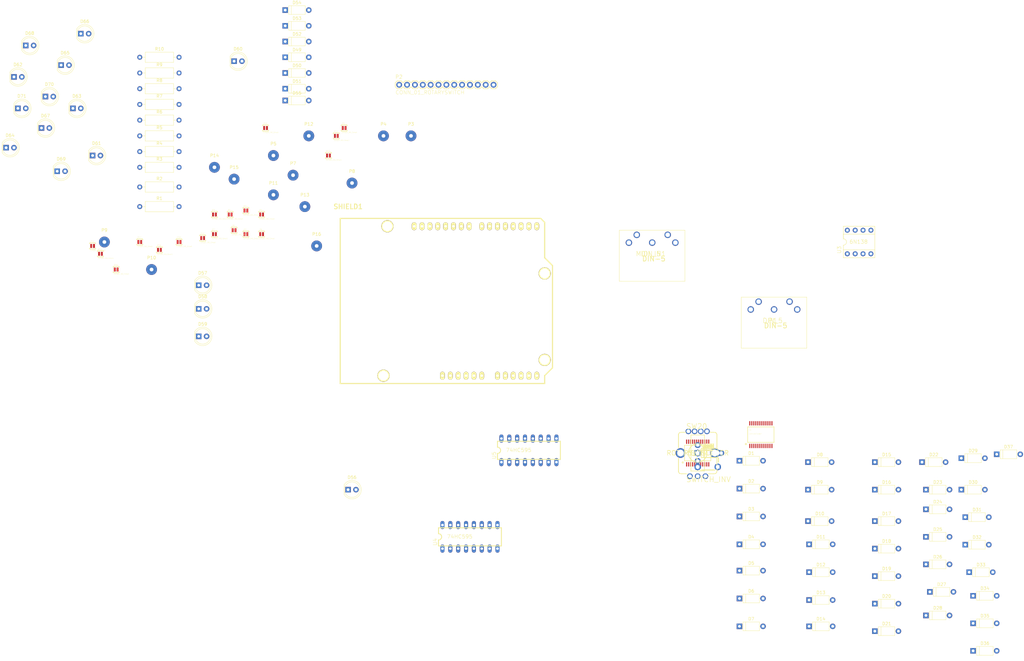
<source format=kicad_pcb>
(kicad_pcb (version 4) (host pcbnew 4.0.4-stable)
  (layers (0 F.Cu signal) (31 B.Cu signal) (34 B.Paste user) (35 F.Paste user) (36 B.SilkS user) (37 F.SilkS user) (38 B.Mask user) (39 F.Mask user) (44 Edge.Cuts user))
  (net 0 "")
  (net 1 "Net-(D1-Pad2)")
  (net 2 /MUXB_CONN_0)
  (net 3 "Net-(D2-Pad2)")
  (net 4 /MUXB_CONN_2)
  (net 5 "Net-(D3-Pad2)")
  (net 6 /MUXB_CONN_1)
  (net 7 "Net-(D4-Pad2)")
  (net 8 "Net-(D5-Pad2)")
  (net 9 "Net-(D6-Pad2)")
  (net 10 "Net-(D7-Pad2)")
  (net 11 "Net-(D8-Pad2)")
  (net 12 "Net-(D9-Pad2)")
  (net 13 "Net-(D10-Pad2)")
  (net 14 "Net-(D11-Pad2)")
  (net 15 "Net-(D12-Pad2)")
  (net 16 "Net-(D13-Pad2)")
  (net 17 "Net-(D14-Pad2)")
  (net 18 "Net-(D15-Pad2)")
  (net 19 "Net-(D16-Pad2)")
  (net 20 "Net-(D17-Pad2)")
  (net 21 "Net-(D18-Pad2)")
  (net 22 "Net-(D19-Pad2)")
  (net 23 "Net-(D20-Pad2)")
  (net 24 "Net-(D21-Pad2)")
  (net 25 "Net-(D22-Pad2)")
  (net 26 "Net-(D23-Pad2)")
  (net 27 "Net-(D24-Pad2)")
  (net 28 "Net-(D25-Pad2)")
  (net 29 "Net-(D26-Pad2)")
  (net 30 "Net-(D27-Pad2)")
  (net 31 "Net-(D28-Pad2)")
  (net 32 "Net-(D29-Pad2)")
  (net 33 "Net-(D30-Pad2)")
  (net 34 "Net-(D31-Pad2)")
  (net 35 "Net-(D32-Pad2)")
  (net 36 "Net-(D33-Pad2)")
  (net 37 "Net-(D34-Pad2)")
  (net 38 "Net-(D35-Pad2)")
  (net 39 "Net-(D36-Pad2)")
  (net 40 "Net-(D37-Pad2)")
  (net 41 "Net-(D38-Pad2)")
  (net 42 "Net-(D39-Pad2)")
  (net 43 "Net-(D40-Pad2)")
  (net 44 "Net-(D41-Pad2)")
  (net 45 "Net-(D42-Pad2)")
  (net 46 "Net-(D43-Pad2)")
  (net 47 "Net-(D44-Pad2)")
  (net 48 "Net-(D45-Pad2)")
  (net 49 "Net-(D46-Pad2)")
  (net 50 "Net-(D47-Pad2)")
  (net 51 "Net-(D48-Pad2)")
  (net 52 /MUXA_CONN_0)
  (net 53 /MUXA_CONN_F)
  (net 54 /MUXA_CONN_E)
  (net 55 /MUXA_CONN_D)
  (net 56 /MUXA_CONN_C)
  (net 57 /MUXA_CONN_B)
  (net 58 /MUXA_CONN_A)
  (net 59 /MUXA_CONN_9)
  (net 60 /MUXA_CONN_8)
  (net 61 /MUXA_CONN_7)
  (net 62 /MUXA_CONN_6)
  (net 63 /MUXA_CONN_5)
  (net 64 /MUXA_CONN_4)
  (net 65 /MUXA_CONN_3)
  (net 66 /MUXA_CONN_2)
  (net 67 /MUXA_CONN_1)
  (net 68 /MUXACOM)
  (net 69 /MUXA_ADDR0)
  (net 70 /MUXA_ADDR1)
  (net 71 /MUXA_ADDR3)
  (net 72 /MUXA_ADDR2)
  (net 73 /MUXB_CONN_8)
  (net 74 /MUXB_CONN_D)
  (net 75 /MUXBCOM)
  (net 76 /MUXB_CONN_7)
  (net 77 /MUXB_CONN_6)
  (net 78 /MUXB_CONN_5)
  (net 79 /MUXB_CONN_4)
  (net 80 /MUXB_CONN_3)
  (net 81 /MUXB_ADDR0)
  (net 82 /MUXB_ADDR1)
  (net 83 /MUXB_ADDR3)
  (net 84 /MUXB_ADDR2)
  (net 85 "Net-(D4-Pad1)")
  (net 86 "Net-(D49-Pad2)")
  (net 87 "Net-(D50-Pad2)")
  (net 88 "Net-(D51-Pad2)")
  (net 89 "Net-(D52-Pad2)")
  (net 90 "Net-(D53-Pad2)")
  (net 91 "Net-(D54-Pad2)")
  (net 92 "Net-(D55-Pad2)")
  (net 93 "Net-(D56-Pad1)")
  (net 94 "Net-(D56-Pad2)")
  (net 95 "Net-(D57-Pad2)")
  (net 96 "Net-(D58-Pad2)")
  (net 97 "Net-(D59-Pad2)")
  (net 98 "Net-(D60-Pad2)")
  (net 99 "Net-(D61-Pad2)")
  (net 100 "Net-(D62-Pad2)")
  (net 101 "Net-(D63-Pad2)")
  (net 102 "Net-(D64-Pad1)")
  (net 103 "Net-(D64-Pad2)")
  (net 104 "Net-(D65-Pad2)")
  (net 105 "Net-(D66-Pad2)")
  (net 106 "Net-(D67-Pad2)")
  (net 107 "Net-(D68-Pad2)")
  (net 108 "Net-(D69-Pad2)")
  (net 109 "Net-(D70-Pad2)")
  (net 110 "Net-(D71-Pad2)")
  (net 111 VCC)
  (net 112 "Net-(JP1-Pad2)")
  (net 113 GND)
  (net 114 /SSEL_1)
  (net 115 /CLK)
  (net 116 "Net-(JP12-Pad2)")
  (net 117 "Net-(JP14-Pad1)")
  (net 118 "Net-(JP18-Pad1)")
  (net 119 "Net-(JP19-Pad1)")
  (net 120 "Net-(MIDI_IN1-Pad4)")
  (net 121 "Net-(P1-Pad4)")
  (net 122 "Net-(P3-Pad1)")
  (net 123 "Net-(P4-Pad1)")
  (net 124 "Net-(P5-Pad1)")
  (net 125 "Net-(R5-Pad1)")
  (net 126 /PD0)
  (net 127 /RESET)
  (net 128 /PD2)
  (net 129 "Net-(U4-Pad9)")
  (module Buttons_Switches_ThroughHole:SW_PUSH_6mm (layer F.Cu) (at 148.5011 105.0036)
    (fp_text reference SW1 (at 3.25 -2) (layer F.SilkS))
    (fp_text value SW_PUSH)
    (pad 2 thru_hole circle (at 0 4.5 90) (size 2 2) (drill 1.1) (layers *.Cu *.Mask) (net 1 "Net-(D1-Pad2)"))
    (pad 1 thru_hole circle (at 0 0 90) (size 2 2) (drill 1.1) (layers *.Cu *.Mask) (net 52 /MUXA_CONN_0))
    (pad 2 thru_hole circle (at 6.5 4.5 90) (size 2 2) (drill 1.1) (layers *.Cu *.Mask) (net 1 "Net-(D1-Pad2)"))
    (pad 1 thru_hole circle (at 6.5 0 90) (size 2 2) (drill 1.1) (layers *.Cu *.Mask) (net 52 /MUXA_CONN_0))
  )
  (module Buttons_Switches_ThroughHole:SW_PUSH_6mm (layer F.Cu) (at 148.5011 105.0036)
    (fp_text reference SW2 (at 3.25 -2) (layer F.SilkS))
    (fp_text value SW_PUSH)
    (pad 2 thru_hole circle (at 0 4.5 90) (size 2 2) (drill 1.1) (layers *.Cu *.Mask) (net 3 "Net-(D2-Pad2)"))
    (pad 1 thru_hole circle (at 0 0 90) (size 2 2) (drill 1.1) (layers *.Cu *.Mask) (net 52 /MUXA_CONN_0))
    (pad 2 thru_hole circle (at 6.5 4.5 90) (size 2 2) (drill 1.1) (layers *.Cu *.Mask) (net 3 "Net-(D2-Pad2)"))
    (pad 1 thru_hole circle (at 6.5 0 90) (size 2 2) (drill 1.1) (layers *.Cu *.Mask) (net 52 /MUXA_CONN_0))
  )
  (module Buttons_Switches_ThroughHole:SW_PUSH_6mm (layer F.Cu) (at 148.5011 105.0036)
    (fp_text reference SW3 (at 3.25 -2) (layer F.SilkS))
    (fp_text value SW_PUSH)
    (pad 2 thru_hole circle (at 0 4.5 90) (size 2 2) (drill 1.1) (layers *.Cu *.Mask) (net 5 "Net-(D3-Pad2)"))
    (pad 1 thru_hole circle (at 0 0 90) (size 2 2) (drill 1.1) (layers *.Cu *.Mask) (net 52 /MUXA_CONN_0))
    (pad 2 thru_hole circle (at 6.5 4.5 90) (size 2 2) (drill 1.1) (layers *.Cu *.Mask) (net 5 "Net-(D3-Pad2)"))
    (pad 1 thru_hole circle (at 6.5 0 90) (size 2 2) (drill 1.1) (layers *.Cu *.Mask) (net 52 /MUXA_CONN_0))
  )
  (module Buttons_Switches_ThroughHole:SW_PUSH_6mm (layer F.Cu) (at 148.5011 105.0036)
    (fp_text reference SW4 (at 3.25 -2) (layer F.SilkS))
    (fp_text value SW_PUSH)
    (pad 2 thru_hole circle (at 0 4.5 90) (size 2 2) (drill 1.1) (layers *.Cu *.Mask) (net 113 GND))
    (pad 1 thru_hole circle (at 0 0 90) (size 2 2) (drill 1.1) (layers *.Cu *.Mask) (net 127 /RESET))
    (pad 2 thru_hole circle (at 6.5 4.5 90) (size 2 2) (drill 1.1) (layers *.Cu *.Mask) (net 113 GND))
    (pad 1 thru_hole circle (at 6.5 0 90) (size 2 2) (drill 1.1) (layers *.Cu *.Mask) (net 127 /RESET))
  )
  (module Buttons_Switches_ThroughHole:SW_PUSH_6mm (layer F.Cu) (at 148.5011 105.0036)
    (fp_text reference SW6 (at 3.25 -2) (layer F.SilkS))
    (fp_text value SW_PUSH)
    (pad 2 thru_hole circle (at 0 4.5 90) (size 2 2) (drill 1.1) (layers *.Cu *.Mask) (net 9 "Net-(D6-Pad2)"))
    (pad 1 thru_hole circle (at 0 0 90) (size 2 2) (drill 1.1) (layers *.Cu *.Mask) (net 55 /MUXA_CONN_D))
    (pad 2 thru_hole circle (at 6.5 4.5 90) (size 2 2) (drill 1.1) (layers *.Cu *.Mask) (net 9 "Net-(D6-Pad2)"))
    (pad 1 thru_hole circle (at 6.5 0 90) (size 2 2) (drill 1.1) (layers *.Cu *.Mask) (net 55 /MUXA_CONN_D))
  )
  (module Buttons_Switches_ThroughHole:SW_PUSH_6mm (layer F.Cu) (at 148.5011 105.0036)
    (fp_text reference SW7 (at 3.25 -2) (layer F.SilkS))
    (fp_text value SW_PUSH)
    (pad 2 thru_hole circle (at 0 4.5 90) (size 2 2) (drill 1.1) (layers *.Cu *.Mask) (net 10 "Net-(D7-Pad2)"))
    (pad 1 thru_hole circle (at 0 0 90) (size 2 2) (drill 1.1) (layers *.Cu *.Mask) (net 56 /MUXA_CONN_C))
    (pad 2 thru_hole circle (at 6.5 4.5 90) (size 2 2) (drill 1.1) (layers *.Cu *.Mask) (net 10 "Net-(D7-Pad2)"))
    (pad 1 thru_hole circle (at 6.5 0 90) (size 2 2) (drill 1.1) (layers *.Cu *.Mask) (net 56 /MUXA_CONN_C))
  )
  (module Buttons_Switches_ThroughHole:SW_PUSH_6mm (layer F.Cu) (at 148.5011 105.0036)
    (fp_text reference SW8 (at 3.25 -2) (layer F.SilkS))
    (fp_text value SW_PUSH)
    (pad 2 thru_hole circle (at 0 4.5 90) (size 2 2) (drill 1.1) (layers *.Cu *.Mask) (net 11 "Net-(D8-Pad2)"))
    (pad 1 thru_hole circle (at 0 0 90) (size 2 2) (drill 1.1) (layers *.Cu *.Mask) (net 57 /MUXA_CONN_B))
    (pad 2 thru_hole circle (at 6.5 4.5 90) (size 2 2) (drill 1.1) (layers *.Cu *.Mask) (net 11 "Net-(D8-Pad2)"))
    (pad 1 thru_hole circle (at 6.5 0 90) (size 2 2) (drill 1.1) (layers *.Cu *.Mask) (net 57 /MUXA_CONN_B))
  )
  (module Buttons_Switches_ThroughHole:SW_PUSH_6mm (layer F.Cu) (at 148.5011 105.0036)
    (fp_text reference SW9 (at 3.25 -2) (layer F.SilkS))
    (fp_text value SW_PUSH)
    (pad 2 thru_hole circle (at 0 4.5 90) (size 2 2) (drill 1.1) (layers *.Cu *.Mask) (net 12 "Net-(D9-Pad2)"))
    (pad 1 thru_hole circle (at 0 0 90) (size 2 2) (drill 1.1) (layers *.Cu *.Mask) (net 58 /MUXA_CONN_A))
    (pad 2 thru_hole circle (at 6.5 4.5 90) (size 2 2) (drill 1.1) (layers *.Cu *.Mask) (net 12 "Net-(D9-Pad2)"))
    (pad 1 thru_hole circle (at 6.5 0 90) (size 2 2) (drill 1.1) (layers *.Cu *.Mask) (net 58 /MUXA_CONN_A))
  )
  (module Buttons_Switches_ThroughHole:SW_PUSH_6mm (layer F.Cu) (at 148.5011 105.0036)
    (fp_text reference SW10 (at 3.25 -2) (layer F.SilkS))
    (fp_text value SW_PUSH)
    (pad 2 thru_hole circle (at 0 4.5 90) (size 2 2) (drill 1.1) (layers *.Cu *.Mask) (net 13 "Net-(D10-Pad2)"))
    (pad 1 thru_hole circle (at 0 0 90) (size 2 2) (drill 1.1) (layers *.Cu *.Mask) (net 59 /MUXA_CONN_9))
    (pad 2 thru_hole circle (at 6.5 4.5 90) (size 2 2) (drill 1.1) (layers *.Cu *.Mask) (net 13 "Net-(D10-Pad2)"))
    (pad 1 thru_hole circle (at 6.5 0 90) (size 2 2) (drill 1.1) (layers *.Cu *.Mask) (net 59 /MUXA_CONN_9))
  )
  (module Buttons_Switches_ThroughHole:SW_PUSH_6mm (layer F.Cu) (at 148.5011 105.0036)
    (fp_text reference SW11 (at 3.25 -2) (layer F.SilkS))
    (fp_text value SW_PUSH)
    (pad 2 thru_hole circle (at 0 4.5 90) (size 2 2) (drill 1.1) (layers *.Cu *.Mask) (net 14 "Net-(D11-Pad2)"))
    (pad 1 thru_hole circle (at 0 0 90) (size 2 2) (drill 1.1) (layers *.Cu *.Mask) (net 60 /MUXA_CONN_8))
    (pad 2 thru_hole circle (at 6.5 4.5 90) (size 2 2) (drill 1.1) (layers *.Cu *.Mask) (net 14 "Net-(D11-Pad2)"))
    (pad 1 thru_hole circle (at 6.5 0 90) (size 2 2) (drill 1.1) (layers *.Cu *.Mask) (net 60 /MUXA_CONN_8))
  )
  (module Buttons_Switches_ThroughHole:SW_PUSH_6mm (layer F.Cu) (at 148.5011 105.0036)
    (fp_text reference SW12 (at 3.25 -2) (layer F.SilkS))
    (fp_text value SW_PUSH)
    (pad 2 thru_hole circle (at 0 4.5 90) (size 2 2) (drill 1.1) (layers *.Cu *.Mask) (net 15 "Net-(D12-Pad2)"))
    (pad 1 thru_hole circle (at 0 0 90) (size 2 2) (drill 1.1) (layers *.Cu *.Mask) (net 61 /MUXA_CONN_7))
    (pad 2 thru_hole circle (at 6.5 4.5 90) (size 2 2) (drill 1.1) (layers *.Cu *.Mask) (net 15 "Net-(D12-Pad2)"))
    (pad 1 thru_hole circle (at 6.5 0 90) (size 2 2) (drill 1.1) (layers *.Cu *.Mask) (net 61 /MUXA_CONN_7))
  )
  (module Buttons_Switches_ThroughHole:SW_PUSH_6mm (layer F.Cu) (at 148.5011 105.0036)
    (fp_text reference SW13 (at 3.25 -2) (layer F.SilkS))
    (fp_text value SW_PUSH)
    (pad 2 thru_hole circle (at 0 4.5 90) (size 2 2) (drill 1.1) (layers *.Cu *.Mask) (net 16 "Net-(D13-Pad2)"))
    (pad 1 thru_hole circle (at 0 0 90) (size 2 2) (drill 1.1) (layers *.Cu *.Mask) (net 62 /MUXA_CONN_6))
    (pad 2 thru_hole circle (at 6.5 4.5 90) (size 2 2) (drill 1.1) (layers *.Cu *.Mask) (net 16 "Net-(D13-Pad2)"))
    (pad 1 thru_hole circle (at 6.5 0 90) (size 2 2) (drill 1.1) (layers *.Cu *.Mask) (net 62 /MUXA_CONN_6))
  )
  (module Buttons_Switches_ThroughHole:SW_PUSH_6mm (layer F.Cu) (at 148.5011 105.0036)
    (fp_text reference SW14 (at 3.25 -2) (layer F.SilkS))
    (fp_text value SW_PUSH)
    (pad 2 thru_hole circle (at 0 4.5 90) (size 2 2) (drill 1.1) (layers *.Cu *.Mask) (net 17 "Net-(D14-Pad2)"))
    (pad 1 thru_hole circle (at 0 0 90) (size 2 2) (drill 1.1) (layers *.Cu *.Mask) (net 63 /MUXA_CONN_5))
    (pad 2 thru_hole circle (at 6.5 4.5 90) (size 2 2) (drill 1.1) (layers *.Cu *.Mask) (net 17 "Net-(D14-Pad2)"))
    (pad 1 thru_hole circle (at 6.5 0 90) (size 2 2) (drill 1.1) (layers *.Cu *.Mask) (net 63 /MUXA_CONN_5))
  )
  (module Buttons_Switches_ThroughHole:SW_PUSH_6mm (layer F.Cu) (at 148.5011 105.0036)
    (fp_text reference SW15 (at 3.25 -2) (layer F.SilkS))
    (fp_text value SW_PUSH)
    (pad 2 thru_hole circle (at 0 4.5 90) (size 2 2) (drill 1.1) (layers *.Cu *.Mask) (net 18 "Net-(D15-Pad2)"))
    (pad 1 thru_hole circle (at 0 0 90) (size 2 2) (drill 1.1) (layers *.Cu *.Mask) (net 64 /MUXA_CONN_4))
    (pad 2 thru_hole circle (at 6.5 4.5 90) (size 2 2) (drill 1.1) (layers *.Cu *.Mask) (net 18 "Net-(D15-Pad2)"))
    (pad 1 thru_hole circle (at 6.5 0 90) (size 2 2) (drill 1.1) (layers *.Cu *.Mask) (net 64 /MUXA_CONN_4))
  )
  (module Buttons_Switches_ThroughHole:SW_PUSH_6mm (layer F.Cu) (at 148.5011 105.0036)
    (fp_text reference SW16 (at 3.25 -2) (layer F.SilkS))
    (fp_text value SW_PUSH)
    (pad 2 thru_hole circle (at 0 4.5 90) (size 2 2) (drill 1.1) (layers *.Cu *.Mask) (net 19 "Net-(D16-Pad2)"))
    (pad 1 thru_hole circle (at 0 0 90) (size 2 2) (drill 1.1) (layers *.Cu *.Mask) (net 65 /MUXA_CONN_3))
    (pad 2 thru_hole circle (at 6.5 4.5 90) (size 2 2) (drill 1.1) (layers *.Cu *.Mask) (net 19 "Net-(D16-Pad2)"))
    (pad 1 thru_hole circle (at 6.5 0 90) (size 2 2) (drill 1.1) (layers *.Cu *.Mask) (net 65 /MUXA_CONN_3))
  )
  (module Buttons_Switches_ThroughHole:SW_PUSH_6mm (layer F.Cu) (at 148.5011 105.0036)
    (fp_text reference SW17 (at 3.25 -2) (layer F.SilkS))
    (fp_text value SW_PUSH)
    (pad 2 thru_hole circle (at 0 4.5 90) (size 2 2) (drill 1.1) (layers *.Cu *.Mask) (net 20 "Net-(D17-Pad2)"))
    (pad 1 thru_hole circle (at 0 0 90) (size 2 2) (drill 1.1) (layers *.Cu *.Mask) (net 66 /MUXA_CONN_2))
    (pad 2 thru_hole circle (at 6.5 4.5 90) (size 2 2) (drill 1.1) (layers *.Cu *.Mask) (net 20 "Net-(D17-Pad2)"))
    (pad 1 thru_hole circle (at 6.5 0 90) (size 2 2) (drill 1.1) (layers *.Cu *.Mask) (net 66 /MUXA_CONN_2))
  )
  (module Buttons_Switches_ThroughHole:SW_PUSH_6mm (layer F.Cu) (at 148.5011 105.0036)
    (fp_text reference SW18 (at 3.25 -2) (layer F.SilkS))
    (fp_text value SW_PUSH)
    (pad 2 thru_hole circle (at 0 4.5 90) (size 2 2) (drill 1.1) (layers *.Cu *.Mask) (net 21 "Net-(D18-Pad2)"))
    (pad 1 thru_hole circle (at 0 0 90) (size 2 2) (drill 1.1) (layers *.Cu *.Mask) (net 67 /MUXA_CONN_1))
    (pad 2 thru_hole circle (at 6.5 4.5 90) (size 2 2) (drill 1.1) (layers *.Cu *.Mask) (net 21 "Net-(D18-Pad2)"))
    (pad 1 thru_hole circle (at 6.5 0 90) (size 2 2) (drill 1.1) (layers *.Cu *.Mask) (net 67 /MUXA_CONN_1))
  )
  (module Buttons_Switches_ThroughHole:SW_PUSH_6mm (layer F.Cu) (at 148.5011 105.0036)
    (fp_text reference SW21 (at 3.25 -2) (layer F.SilkS))
    (fp_text value SW_PUSH)
    (pad 2 thru_hole circle (at 0 4.5 90) (size 2 2) (drill 1.1) (layers *.Cu *.Mask) (net 24 "Net-(D21-Pad2)"))
    (pad 1 thru_hole circle (at 0 0 90) (size 2 2) (drill 1.1) (layers *.Cu *.Mask) (net 55 /MUXA_CONN_D))
    (pad 2 thru_hole circle (at 6.5 4.5 90) (size 2 2) (drill 1.1) (layers *.Cu *.Mask) (net 24 "Net-(D21-Pad2)"))
    (pad 1 thru_hole circle (at 6.5 0 90) (size 2 2) (drill 1.1) (layers *.Cu *.Mask) (net 55 /MUXA_CONN_D))
  )
  (module Buttons_Switches_ThroughHole:SW_PUSH_6mm (layer F.Cu) (at 148.5011 105.0036)
    (fp_text reference SW22 (at 3.25 -2) (layer F.SilkS))
    (fp_text value SW_PUSH)
    (pad 2 thru_hole circle (at 0 4.5 90) (size 2 2) (drill 1.1) (layers *.Cu *.Mask) (net 25 "Net-(D22-Pad2)"))
    (pad 1 thru_hole circle (at 0 0 90) (size 2 2) (drill 1.1) (layers *.Cu *.Mask) (net 56 /MUXA_CONN_C))
    (pad 2 thru_hole circle (at 6.5 4.5 90) (size 2 2) (drill 1.1) (layers *.Cu *.Mask) (net 25 "Net-(D22-Pad2)"))
    (pad 1 thru_hole circle (at 6.5 0 90) (size 2 2) (drill 1.1) (layers *.Cu *.Mask) (net 56 /MUXA_CONN_C))
  )
  (module Buttons_Switches_ThroughHole:SW_PUSH_6mm (layer F.Cu) (at 148.5011 105.0036)
    (fp_text reference SW23 (at 3.25 -2) (layer F.SilkS))
    (fp_text value SW_PUSH)
    (pad 2 thru_hole circle (at 0 4.5 90) (size 2 2) (drill 1.1) (layers *.Cu *.Mask) (net 26 "Net-(D23-Pad2)"))
    (pad 1 thru_hole circle (at 0 0 90) (size 2 2) (drill 1.1) (layers *.Cu *.Mask) (net 57 /MUXA_CONN_B))
    (pad 2 thru_hole circle (at 6.5 4.5 90) (size 2 2) (drill 1.1) (layers *.Cu *.Mask) (net 26 "Net-(D23-Pad2)"))
    (pad 1 thru_hole circle (at 6.5 0 90) (size 2 2) (drill 1.1) (layers *.Cu *.Mask) (net 57 /MUXA_CONN_B))
  )
  (module Buttons_Switches_ThroughHole:SW_PUSH_6mm (layer F.Cu) (at 148.5011 105.0036)
    (fp_text reference SW24 (at 3.25 -2) (layer F.SilkS))
    (fp_text value SW_PUSH)
    (pad 2 thru_hole circle (at 0 4.5 90) (size 2 2) (drill 1.1) (layers *.Cu *.Mask) (net 27 "Net-(D24-Pad2)"))
    (pad 1 thru_hole circle (at 0 0 90) (size 2 2) (drill 1.1) (layers *.Cu *.Mask) (net 58 /MUXA_CONN_A))
    (pad 2 thru_hole circle (at 6.5 4.5 90) (size 2 2) (drill 1.1) (layers *.Cu *.Mask) (net 27 "Net-(D24-Pad2)"))
    (pad 1 thru_hole circle (at 6.5 0 90) (size 2 2) (drill 1.1) (layers *.Cu *.Mask) (net 58 /MUXA_CONN_A))
  )
  (module Buttons_Switches_ThroughHole:SW_PUSH_6mm (layer F.Cu) (at 148.5011 105.0036)
    (fp_text reference SW25 (at 3.25 -2) (layer F.SilkS))
    (fp_text value SW_PUSH)
    (pad 2 thru_hole circle (at 0 4.5 90) (size 2 2) (drill 1.1) (layers *.Cu *.Mask) (net 28 "Net-(D25-Pad2)"))
    (pad 1 thru_hole circle (at 0 0 90) (size 2 2) (drill 1.1) (layers *.Cu *.Mask) (net 59 /MUXA_CONN_9))
    (pad 2 thru_hole circle (at 6.5 4.5 90) (size 2 2) (drill 1.1) (layers *.Cu *.Mask) (net 28 "Net-(D25-Pad2)"))
    (pad 1 thru_hole circle (at 6.5 0 90) (size 2 2) (drill 1.1) (layers *.Cu *.Mask) (net 59 /MUXA_CONN_9))
  )
  (module Buttons_Switches_ThroughHole:SW_PUSH_6mm (layer F.Cu) (at 148.5011 105.0036)
    (fp_text reference SW26 (at 3.25 -2) (layer F.SilkS))
    (fp_text value SW_PUSH)
    (pad 2 thru_hole circle (at 0 4.5 90) (size 2 2) (drill 1.1) (layers *.Cu *.Mask) (net 29 "Net-(D26-Pad2)"))
    (pad 1 thru_hole circle (at 0 0 90) (size 2 2) (drill 1.1) (layers *.Cu *.Mask) (net 60 /MUXA_CONN_8))
    (pad 2 thru_hole circle (at 6.5 4.5 90) (size 2 2) (drill 1.1) (layers *.Cu *.Mask) (net 29 "Net-(D26-Pad2)"))
    (pad 1 thru_hole circle (at 6.5 0 90) (size 2 2) (drill 1.1) (layers *.Cu *.Mask) (net 60 /MUXA_CONN_8))
  )
  (module Buttons_Switches_ThroughHole:SW_PUSH_6mm (layer F.Cu) (at 148.5011 105.0036)
    (fp_text reference SW27 (at 3.25 -2) (layer F.SilkS))
    (fp_text value SW_PUSH)
    (pad 2 thru_hole circle (at 0 4.5 90) (size 2 2) (drill 1.1) (layers *.Cu *.Mask) (net 30 "Net-(D27-Pad2)"))
    (pad 1 thru_hole circle (at 0 0 90) (size 2 2) (drill 1.1) (layers *.Cu *.Mask) (net 61 /MUXA_CONN_7))
    (pad 2 thru_hole circle (at 6.5 4.5 90) (size 2 2) (drill 1.1) (layers *.Cu *.Mask) (net 30 "Net-(D27-Pad2)"))
    (pad 1 thru_hole circle (at 6.5 0 90) (size 2 2) (drill 1.1) (layers *.Cu *.Mask) (net 61 /MUXA_CONN_7))
  )
  (module Buttons_Switches_ThroughHole:SW_PUSH_6mm (layer F.Cu) (at 148.5011 105.0036)
    (fp_text reference SW28 (at 3.25 -2) (layer F.SilkS))
    (fp_text value SW_PUSH)
    (pad 2 thru_hole circle (at 0 4.5 90) (size 2 2) (drill 1.1) (layers *.Cu *.Mask) (net 31 "Net-(D28-Pad2)"))
    (pad 1 thru_hole circle (at 0 0 90) (size 2 2) (drill 1.1) (layers *.Cu *.Mask) (net 62 /MUXA_CONN_6))
    (pad 2 thru_hole circle (at 6.5 4.5 90) (size 2 2) (drill 1.1) (layers *.Cu *.Mask) (net 31 "Net-(D28-Pad2)"))
    (pad 1 thru_hole circle (at 6.5 0 90) (size 2 2) (drill 1.1) (layers *.Cu *.Mask) (net 62 /MUXA_CONN_6))
  )
  (module Buttons_Switches_ThroughHole:SW_PUSH_6mm (layer F.Cu) (at 148.5011 105.0036)
    (fp_text reference SW29 (at 3.25 -2) (layer F.SilkS))
    (fp_text value SW_PUSH)
    (pad 2 thru_hole circle (at 0 4.5 90) (size 2 2) (drill 1.1) (layers *.Cu *.Mask) (net 32 "Net-(D29-Pad2)"))
    (pad 1 thru_hole circle (at 0 0 90) (size 2 2) (drill 1.1) (layers *.Cu *.Mask) (net 63 /MUXA_CONN_5))
    (pad 2 thru_hole circle (at 6.5 4.5 90) (size 2 2) (drill 1.1) (layers *.Cu *.Mask) (net 32 "Net-(D29-Pad2)"))
    (pad 1 thru_hole circle (at 6.5 0 90) (size 2 2) (drill 1.1) (layers *.Cu *.Mask) (net 63 /MUXA_CONN_5))
  )
  (module Buttons_Switches_ThroughHole:SW_PUSH_6mm (layer F.Cu) (at 148.5011 105.0036)
    (fp_text reference SW30 (at 3.25 -2) (layer F.SilkS))
    (fp_text value SW_PUSH)
    (pad 2 thru_hole circle (at 0 4.5 90) (size 2 2) (drill 1.1) (layers *.Cu *.Mask) (net 33 "Net-(D30-Pad2)"))
    (pad 1 thru_hole circle (at 0 0 90) (size 2 2) (drill 1.1) (layers *.Cu *.Mask) (net 64 /MUXA_CONN_4))
    (pad 2 thru_hole circle (at 6.5 4.5 90) (size 2 2) (drill 1.1) (layers *.Cu *.Mask) (net 33 "Net-(D30-Pad2)"))
    (pad 1 thru_hole circle (at 6.5 0 90) (size 2 2) (drill 1.1) (layers *.Cu *.Mask) (net 64 /MUXA_CONN_4))
  )
  (module Buttons_Switches_ThroughHole:SW_PUSH_6mm (layer F.Cu) (at 148.5011 105.0036)
    (fp_text reference SW31 (at 3.25 -2) (layer F.SilkS))
    (fp_text value SW_PUSH)
    (pad 2 thru_hole circle (at 0 4.5 90) (size 2 2) (drill 1.1) (layers *.Cu *.Mask) (net 34 "Net-(D31-Pad2)"))
    (pad 1 thru_hole circle (at 0 0 90) (size 2 2) (drill 1.1) (layers *.Cu *.Mask) (net 65 /MUXA_CONN_3))
    (pad 2 thru_hole circle (at 6.5 4.5 90) (size 2 2) (drill 1.1) (layers *.Cu *.Mask) (net 34 "Net-(D31-Pad2)"))
    (pad 1 thru_hole circle (at 6.5 0 90) (size 2 2) (drill 1.1) (layers *.Cu *.Mask) (net 65 /MUXA_CONN_3))
  )
  (module Buttons_Switches_ThroughHole:SW_PUSH_6mm (layer F.Cu) (at 148.5011 105.0036)
    (fp_text reference SW32 (at 3.25 -2) (layer F.SilkS))
    (fp_text value SW_PUSH)
    (pad 2 thru_hole circle (at 0 4.5 90) (size 2 2) (drill 1.1) (layers *.Cu *.Mask) (net 35 "Net-(D32-Pad2)"))
    (pad 1 thru_hole circle (at 0 0 90) (size 2 2) (drill 1.1) (layers *.Cu *.Mask) (net 66 /MUXA_CONN_2))
    (pad 2 thru_hole circle (at 6.5 4.5 90) (size 2 2) (drill 1.1) (layers *.Cu *.Mask) (net 35 "Net-(D32-Pad2)"))
    (pad 1 thru_hole circle (at 6.5 0 90) (size 2 2) (drill 1.1) (layers *.Cu *.Mask) (net 66 /MUXA_CONN_2))
  )
  (module Buttons_Switches_ThroughHole:SW_PUSH_6mm (layer F.Cu) (at 148.5011 105.0036)
    (fp_text reference SW33 (at 3.25 -2) (layer F.SilkS))
    (fp_text value SW_PUSH)
    (pad 2 thru_hole circle (at 0 4.5 90) (size 2 2) (drill 1.1) (layers *.Cu *.Mask) (net 36 "Net-(D33-Pad2)"))
    (pad 1 thru_hole circle (at 0 0 90) (size 2 2) (drill 1.1) (layers *.Cu *.Mask) (net 67 /MUXA_CONN_1))
    (pad 2 thru_hole circle (at 6.5 4.5 90) (size 2 2) (drill 1.1) (layers *.Cu *.Mask) (net 36 "Net-(D33-Pad2)"))
    (pad 1 thru_hole circle (at 6.5 0 90) (size 2 2) (drill 1.1) (layers *.Cu *.Mask) (net 67 /MUXA_CONN_1))
  )
  (module Buttons_Switches_ThroughHole:SW_PUSH_6mm (layer F.Cu) (at 148.5011 105.0036)
    (fp_text reference SW36 (at 3.25 -2) (layer F.SilkS))
    (fp_text value SW_PUSH)
    (pad 2 thru_hole circle (at 0 4.5 90) (size 2 2) (drill 1.1) (layers *.Cu *.Mask) (net 39 "Net-(D36-Pad2)"))
    (pad 1 thru_hole circle (at 0 0 90) (size 2 2) (drill 1.1) (layers *.Cu *.Mask) (net 55 /MUXA_CONN_D))
    (pad 2 thru_hole circle (at 6.5 4.5 90) (size 2 2) (drill 1.1) (layers *.Cu *.Mask) (net 39 "Net-(D36-Pad2)"))
    (pad 1 thru_hole circle (at 6.5 0 90) (size 2 2) (drill 1.1) (layers *.Cu *.Mask) (net 55 /MUXA_CONN_D))
  )
  (module Buttons_Switches_ThroughHole:SW_PUSH_6mm (layer F.Cu) (at 148.5011 105.0036)
    (fp_text reference SW37 (at 3.25 -2) (layer F.SilkS))
    (fp_text value SW_PUSH)
    (pad 2 thru_hole circle (at 0 4.5 90) (size 2 2) (drill 1.1) (layers *.Cu *.Mask) (net 40 "Net-(D37-Pad2)"))
    (pad 1 thru_hole circle (at 0 0 90) (size 2 2) (drill 1.1) (layers *.Cu *.Mask) (net 56 /MUXA_CONN_C))
    (pad 2 thru_hole circle (at 6.5 4.5 90) (size 2 2) (drill 1.1) (layers *.Cu *.Mask) (net 40 "Net-(D37-Pad2)"))
    (pad 1 thru_hole circle (at 6.5 0 90) (size 2 2) (drill 1.1) (layers *.Cu *.Mask) (net 56 /MUXA_CONN_C))
  )
  (module Buttons_Switches_ThroughHole:SW_PUSH_6mm (layer F.Cu) (at 148.5011 105.0036)
    (fp_text reference SW38 (at 3.25 -2) (layer F.SilkS))
    (fp_text value SW_PUSH)
    (pad 2 thru_hole circle (at 0 4.5 90) (size 2 2) (drill 1.1) (layers *.Cu *.Mask) (net 41 "Net-(D38-Pad2)"))
    (pad 1 thru_hole circle (at 0 0 90) (size 2 2) (drill 1.1) (layers *.Cu *.Mask) (net 57 /MUXA_CONN_B))
    (pad 2 thru_hole circle (at 6.5 4.5 90) (size 2 2) (drill 1.1) (layers *.Cu *.Mask) (net 41 "Net-(D38-Pad2)"))
    (pad 1 thru_hole circle (at 6.5 0 90) (size 2 2) (drill 1.1) (layers *.Cu *.Mask) (net 57 /MUXA_CONN_B))
  )
  (module Buttons_Switches_ThroughHole:SW_PUSH_6mm (layer F.Cu) (at 148.5011 105.0036)
    (fp_text reference SW39 (at 3.25 -2) (layer F.SilkS))
    (fp_text value SW_PUSH)
    (pad 2 thru_hole circle (at 0 4.5 90) (size 2 2) (drill 1.1) (layers *.Cu *.Mask) (net 42 "Net-(D39-Pad2)"))
    (pad 1 thru_hole circle (at 0 0 90) (size 2 2) (drill 1.1) (layers *.Cu *.Mask) (net 58 /MUXA_CONN_A))
    (pad 2 thru_hole circle (at 6.5 4.5 90) (size 2 2) (drill 1.1) (layers *.Cu *.Mask) (net 42 "Net-(D39-Pad2)"))
    (pad 1 thru_hole circle (at 6.5 0 90) (size 2 2) (drill 1.1) (layers *.Cu *.Mask) (net 58 /MUXA_CONN_A))
  )
  (module Buttons_Switches_ThroughHole:SW_PUSH_6mm (layer F.Cu) (at 148.5011 105.0036)
    (fp_text reference SW40 (at 3.25 -2) (layer F.SilkS))
    (fp_text value SW_PUSH)
    (pad 2 thru_hole circle (at 0 4.5 90) (size 2 2) (drill 1.1) (layers *.Cu *.Mask) (net 43 "Net-(D40-Pad2)"))
    (pad 1 thru_hole circle (at 0 0 90) (size 2 2) (drill 1.1) (layers *.Cu *.Mask) (net 59 /MUXA_CONN_9))
    (pad 2 thru_hole circle (at 6.5 4.5 90) (size 2 2) (drill 1.1) (layers *.Cu *.Mask) (net 43 "Net-(D40-Pad2)"))
    (pad 1 thru_hole circle (at 6.5 0 90) (size 2 2) (drill 1.1) (layers *.Cu *.Mask) (net 59 /MUXA_CONN_9))
  )
  (module Buttons_Switches_ThroughHole:SW_PUSH_6mm (layer F.Cu) (at 148.5011 105.0036)
    (fp_text reference SW41 (at 3.25 -2) (layer F.SilkS))
    (fp_text value SW_PUSH)
    (pad 2 thru_hole circle (at 0 4.5 90) (size 2 2) (drill 1.1) (layers *.Cu *.Mask) (net 44 "Net-(D41-Pad2)"))
    (pad 1 thru_hole circle (at 0 0 90) (size 2 2) (drill 1.1) (layers *.Cu *.Mask) (net 60 /MUXA_CONN_8))
    (pad 2 thru_hole circle (at 6.5 4.5 90) (size 2 2) (drill 1.1) (layers *.Cu *.Mask) (net 44 "Net-(D41-Pad2)"))
    (pad 1 thru_hole circle (at 6.5 0 90) (size 2 2) (drill 1.1) (layers *.Cu *.Mask) (net 60 /MUXA_CONN_8))
  )
  (module Buttons_Switches_ThroughHole:SW_PUSH_6mm (layer F.Cu) (at 148.5011 105.0036)
    (fp_text reference SW42 (at 3.25 -2) (layer F.SilkS))
    (fp_text value SW_PUSH)
    (pad 2 thru_hole circle (at 0 4.5 90) (size 2 2) (drill 1.1) (layers *.Cu *.Mask) (net 45 "Net-(D42-Pad2)"))
    (pad 1 thru_hole circle (at 0 0 90) (size 2 2) (drill 1.1) (layers *.Cu *.Mask) (net 61 /MUXA_CONN_7))
    (pad 2 thru_hole circle (at 6.5 4.5 90) (size 2 2) (drill 1.1) (layers *.Cu *.Mask) (net 45 "Net-(D42-Pad2)"))
    (pad 1 thru_hole circle (at 6.5 0 90) (size 2 2) (drill 1.1) (layers *.Cu *.Mask) (net 61 /MUXA_CONN_7))
  )
  (module Buttons_Switches_ThroughHole:SW_PUSH_6mm (layer F.Cu) (at 148.5011 105.0036)
    (fp_text reference SW43 (at 3.25 -2) (layer F.SilkS))
    (fp_text value SW_PUSH)
    (pad 2 thru_hole circle (at 0 4.5 90) (size 2 2) (drill 1.1) (layers *.Cu *.Mask) (net 46 "Net-(D43-Pad2)"))
    (pad 1 thru_hole circle (at 0 0 90) (size 2 2) (drill 1.1) (layers *.Cu *.Mask) (net 62 /MUXA_CONN_6))
    (pad 2 thru_hole circle (at 6.5 4.5 90) (size 2 2) (drill 1.1) (layers *.Cu *.Mask) (net 46 "Net-(D43-Pad2)"))
    (pad 1 thru_hole circle (at 6.5 0 90) (size 2 2) (drill 1.1) (layers *.Cu *.Mask) (net 62 /MUXA_CONN_6))
  )
  (module Buttons_Switches_ThroughHole:SW_PUSH_6mm (layer F.Cu) (at 148.5011 105.0036)
    (fp_text reference SW44 (at 3.25 -2) (layer F.SilkS))
    (fp_text value SW_PUSH)
    (pad 2 thru_hole circle (at 0 4.5 90) (size 2 2) (drill 1.1) (layers *.Cu *.Mask) (net 47 "Net-(D44-Pad2)"))
    (pad 1 thru_hole circle (at 0 0 90) (size 2 2) (drill 1.1) (layers *.Cu *.Mask) (net 63 /MUXA_CONN_5))
    (pad 2 thru_hole circle (at 6.5 4.5 90) (size 2 2) (drill 1.1) (layers *.Cu *.Mask) (net 47 "Net-(D44-Pad2)"))
    (pad 1 thru_hole circle (at 6.5 0 90) (size 2 2) (drill 1.1) (layers *.Cu *.Mask) (net 63 /MUXA_CONN_5))
  )
  (module Buttons_Switches_ThroughHole:SW_PUSH_6mm (layer F.Cu) (at 148.5011 105.0036)
    (fp_text reference SW45 (at 3.25 -2) (layer F.SilkS))
    (fp_text value SW_PUSH)
    (pad 2 thru_hole circle (at 0 4.5 90) (size 2 2) (drill 1.1) (layers *.Cu *.Mask) (net 48 "Net-(D45-Pad2)"))
    (pad 1 thru_hole circle (at 0 0 90) (size 2 2) (drill 1.1) (layers *.Cu *.Mask) (net 64 /MUXA_CONN_4))
    (pad 2 thru_hole circle (at 6.5 4.5 90) (size 2 2) (drill 1.1) (layers *.Cu *.Mask) (net 48 "Net-(D45-Pad2)"))
    (pad 1 thru_hole circle (at 6.5 0 90) (size 2 2) (drill 1.1) (layers *.Cu *.Mask) (net 64 /MUXA_CONN_4))
  )
  (module Buttons_Switches_ThroughHole:SW_PUSH_6mm (layer F.Cu) (at 148.5011 105.0036)
    (fp_text reference SW46 (at 3.25 -2) (layer F.SilkS))
    (fp_text value SW_PUSH)
    (pad 2 thru_hole circle (at 0 4.5 90) (size 2 2) (drill 1.1) (layers *.Cu *.Mask) (net 49 "Net-(D46-Pad2)"))
    (pad 1 thru_hole circle (at 0 0 90) (size 2 2) (drill 1.1) (layers *.Cu *.Mask) (net 65 /MUXA_CONN_3))
    (pad 2 thru_hole circle (at 6.5 4.5 90) (size 2 2) (drill 1.1) (layers *.Cu *.Mask) (net 49 "Net-(D46-Pad2)"))
    (pad 1 thru_hole circle (at 6.5 0 90) (size 2 2) (drill 1.1) (layers *.Cu *.Mask) (net 65 /MUXA_CONN_3))
  )
  (module Buttons_Switches_ThroughHole:SW_PUSH_6mm (layer F.Cu) (at 148.5011 105.0036)
    (fp_text reference SW47 (at 3.25 -2) (layer F.SilkS))
    (fp_text value SW_PUSH)
    (pad 2 thru_hole circle (at 0 4.5 90) (size 2 2) (drill 1.1) (layers *.Cu *.Mask) (net 50 "Net-(D47-Pad2)"))
    (pad 1 thru_hole circle (at 0 0 90) (size 2 2) (drill 1.1) (layers *.Cu *.Mask) (net 66 /MUXA_CONN_2))
    (pad 2 thru_hole circle (at 6.5 4.5 90) (size 2 2) (drill 1.1) (layers *.Cu *.Mask) (net 50 "Net-(D47-Pad2)"))
    (pad 1 thru_hole circle (at 6.5 0 90) (size 2 2) (drill 1.1) (layers *.Cu *.Mask) (net 66 /MUXA_CONN_2))
  )
  (module Buttons_Switches_ThroughHole:SW_PUSH_6mm (layer F.Cu) (at 148.5011 105.0036)
    (fp_text reference SW48 (at 3.25 -2) (layer F.SilkS))
    (fp_text value SW_PUSH)
    (pad 2 thru_hole circle (at 0 4.5 90) (size 2 2) (drill 1.1) (layers *.Cu *.Mask) (net 51 "Net-(D48-Pad2)"))
    (pad 1 thru_hole circle (at 0 0 90) (size 2 2) (drill 1.1) (layers *.Cu *.Mask) (net 67 /MUXA_CONN_1))
    (pad 2 thru_hole circle (at 6.5 4.5 90) (size 2 2) (drill 1.1) (layers *.Cu *.Mask) (net 51 "Net-(D48-Pad2)"))
    (pad 1 thru_hole circle (at 6.5 0 90) (size 2 2) (drill 1.1) (layers *.Cu *.Mask) (net 67 /MUXA_CONN_1))
  )
  (module SparkFun-PowerIC:SSOP24 (layer F.Cu) (at 168.91 99.06)
    (fp_text reference U1 (at -3.81 -1.27) (layer F.SilkS) (effects (font (size 0.38608 0.38608) (thickness 0.032512)) (justify left bottom)))
    (fp_text value CD74HCT4067 (at -3.81 0) (layer F.SilkS) (effects (font (size 0.38608 0.38608) (thickness 0.032512)) (justify left bottom)))
    (pad 24 smd rect (at -3.575 -3.656) (size 0.348 1.397) (layers F.Cu F.Paste F.Mask))
    (pad 23 smd rect (at -2.925 -3.656) (size 0.348 1.397) (layers F.Cu F.Paste F.Mask) (net 60 /MUXA_CONN_8))
    (pad 22 smd rect (at -2.275 -3.656) (size 0.348 1.397) (layers F.Cu F.Paste F.Mask) (net 59 /MUXA_CONN_9))
    (pad 20 smd rect (at -0.975 -3.656) (size 0.348 1.397) (layers F.Cu F.Paste F.Mask) (net 57 /MUXA_CONN_B))
    (pad 21 smd rect (at -1.625 -3.656) (size 0.348 1.397) (layers F.Cu F.Paste F.Mask) (net 58 /MUXA_CONN_A))
    (pad 19 smd rect (at -0.325 -3.656) (size 0.348 1.397) (layers F.Cu F.Paste F.Mask) (net 56 /MUXA_CONN_C))
    (pad 18 smd rect (at 0.325 -3.656) (size 0.348 1.397) (layers F.Cu F.Paste F.Mask) (net 55 /MUXA_CONN_D))
    (pad 17 smd rect (at 0.975 -3.656) (size 0.348 1.397) (layers F.Cu F.Paste F.Mask) (net 54 /MUXA_CONN_E))
    (pad 16 smd rect (at 1.625 -3.656) (size 0.348 1.397) (layers F.Cu F.Paste F.Mask) (net 53 /MUXA_CONN_F))
    (pad 15 smd rect (at 2.275 -3.656) (size 0.348 1.397) (layers F.Cu F.Paste F.Mask) (net 113 GND))
    (pad 1 smd rect (at -3.575 3.656) (size 0.348 1.397) (layers F.Cu F.Paste F.Mask) (net 68 /MUXACOM))
    (pad 2 smd rect (at -2.925 3.656) (size 0.348 1.397) (layers F.Cu F.Paste F.Mask) (net 61 /MUXA_CONN_7))
    (pad 3 smd rect (at -2.275 3.656) (size 0.348 1.397) (layers F.Cu F.Paste F.Mask) (net 62 /MUXA_CONN_6))
    (pad 4 smd rect (at -1.625 3.656) (size 0.348 1.397) (layers F.Cu F.Paste F.Mask) (net 63 /MUXA_CONN_5))
    (pad 5 smd rect (at -0.975 3.656) (size 0.348 1.397) (layers F.Cu F.Paste F.Mask) (net 64 /MUXA_CONN_4))
    (pad 6 smd rect (at -0.325 3.656) (size 0.348 1.397) (layers F.Cu F.Paste F.Mask) (net 65 /MUXA_CONN_3))
    (pad 7 smd rect (at 0.325 3.656) (size 0.348 1.397) (layers F.Cu F.Paste F.Mask) (net 66 /MUXA_CONN_2))
    (pad 8 smd rect (at 0.975 3.656) (size 0.348 1.397) (layers F.Cu F.Paste F.Mask) (net 67 /MUXA_CONN_1))
    (pad 9 smd rect (at 1.625 3.656) (size 0.348 1.397) (layers F.Cu F.Paste F.Mask) (net 52 /MUXA_CONN_0))
    (pad 10 smd rect (at 2.275 3.656) (size 0.348 1.397) (layers F.Cu F.Paste F.Mask) (net 69 /MUXA_ADDR0))
    (pad 11 smd rect (at 2.925 3.656) (size 0.348 1.397) (layers F.Cu F.Paste F.Mask) (net 70 /MUXA_ADDR1))
    (pad 12 smd rect (at 3.575 3.656) (size 0.348 1.397) (layers F.Cu F.Paste F.Mask))
    (pad 13 smd rect (at 3.575 -3.656 180) (size 0.348 1.397) (layers F.Cu F.Paste F.Mask) (net 71 /MUXA_ADDR3))
    (pad 14 smd rect (at 2.925 -3.656 180) (size 0.348 1.397) (layers F.Cu F.Paste F.Mask) (net 72 /MUXA_ADDR2))
  )
  (module SparkFun-PowerIC:SSOP24 (layer F.Cu) (at 148.5011 105.0036)
    (fp_text reference U2 (at -3.81 -1.27) (layer F.SilkS) (effects (font (size 0.38608 0.38608) (thickness 0.032512)) (justify left bottom)))
    (fp_text value CD74HCT4067 (at -3.81 0) (layer F.SilkS) (effects (font (size 0.38608 0.38608) (thickness 0.032512)) (justify left bottom)))
    (pad 24 smd rect (at -3.575 -3.656) (size 0.348 1.397) (layers F.Cu F.Paste F.Mask))
    (pad 23 smd rect (at -2.925 -3.656) (size 0.348 1.397) (layers F.Cu F.Paste F.Mask) (net 73 /MUXB_CONN_8))
    (pad 22 smd rect (at -2.275 -3.656) (size 0.348 1.397) (layers F.Cu F.Paste F.Mask))
    (pad 20 smd rect (at -0.975 -3.656) (size 0.348 1.397) (layers F.Cu F.Paste F.Mask))
    (pad 21 smd rect (at -1.625 -3.656) (size 0.348 1.397) (layers F.Cu F.Paste F.Mask))
    (pad 19 smd rect (at -0.325 -3.656) (size 0.348 1.397) (layers F.Cu F.Paste F.Mask))
    (pad 18 smd rect (at 0.325 -3.656) (size 0.348 1.397) (layers F.Cu F.Paste F.Mask) (net 74 /MUXB_CONN_D))
    (pad 17 smd rect (at 0.975 -3.656) (size 0.348 1.397) (layers F.Cu F.Paste F.Mask))
    (pad 16 smd rect (at 1.625 -3.656) (size 0.348 1.397) (layers F.Cu F.Paste F.Mask))
    (pad 15 smd rect (at 2.275 -3.656) (size 0.348 1.397) (layers F.Cu F.Paste F.Mask) (net 113 GND))
    (pad 1 smd rect (at -3.575 3.656) (size 0.348 1.397) (layers F.Cu F.Paste F.Mask) (net 75 /MUXBCOM))
    (pad 2 smd rect (at -2.925 3.656) (size 0.348 1.397) (layers F.Cu F.Paste F.Mask) (net 76 /MUXB_CONN_7))
    (pad 3 smd rect (at -2.275 3.656) (size 0.348 1.397) (layers F.Cu F.Paste F.Mask) (net 77 /MUXB_CONN_6))
    (pad 4 smd rect (at -1.625 3.656) (size 0.348 1.397) (layers F.Cu F.Paste F.Mask) (net 78 /MUXB_CONN_5))
    (pad 5 smd rect (at -0.975 3.656) (size 0.348 1.397) (layers F.Cu F.Paste F.Mask) (net 79 /MUXB_CONN_4))
    (pad 6 smd rect (at -0.325 3.656) (size 0.348 1.397) (layers F.Cu F.Paste F.Mask) (net 80 /MUXB_CONN_3))
    (pad 7 smd rect (at 0.325 3.656) (size 0.348 1.397) (layers F.Cu F.Paste F.Mask) (net 4 /MUXB_CONN_2))
    (pad 8 smd rect (at 0.975 3.656) (size 0.348 1.397) (layers F.Cu F.Paste F.Mask) (net 6 /MUXB_CONN_1))
    (pad 9 smd rect (at 1.625 3.656) (size 0.348 1.397) (layers F.Cu F.Paste F.Mask) (net 2 /MUXB_CONN_0))
    (pad 10 smd rect (at 2.275 3.656) (size 0.348 1.397) (layers F.Cu F.Paste F.Mask) (net 81 /MUXB_ADDR0))
    (pad 11 smd rect (at 2.925 3.656) (size 0.348 1.397) (layers F.Cu F.Paste F.Mask) (net 82 /MUXB_ADDR1))
    (pad 12 smd rect (at 3.575 3.656) (size 0.348 1.397) (layers F.Cu F.Paste F.Mask))
    (pad 13 smd rect (at 3.575 -3.656 180) (size 0.348 1.397) (layers F.Cu F.Paste F.Mask) (net 83 /MUXB_ADDR3))
    (pad 14 smd rect (at 2.925 -3.656 180) (size 0.348 1.397) (layers F.Cu F.Paste F.Mask) (net 84 /MUXB_ADDR2))
  )
  (module Diodes_ThroughHole:D_A-405_P7.62mm_Horizontal (layer F.Cu) (at 162 107.5)
    (fp_text reference D1 (at 3.81 -2.41) (layer F.SilkS))
    (fp_text value D)
    (pad 1 thru_hole rect (at 0 0) (size 1.8 1.8) (drill 0.9) (layers *.Cu *.Mask) (net 2 /MUXB_CONN_0))
    (pad 2 thru_hole oval (at 7.62 0) (size 1.8 1.8) (drill 0.9) (layers *.Cu *.Mask) (net 1 "Net-(D1-Pad2)"))
  )
  (module Diodes_ThroughHole:D_A-405_P7.62mm_Horizontal (layer F.Cu) (at 162 116.5)
    (fp_text reference D2 (at 3.81 -2.41) (layer F.SilkS))
    (fp_text value D)
    (pad 1 thru_hole rect (at 0 0) (size 1.8 1.8) (drill 0.9) (layers *.Cu *.Mask) (net 4 /MUXB_CONN_2))
    (pad 2 thru_hole oval (at 7.62 0) (size 1.8 1.8) (drill 0.9) (layers *.Cu *.Mask) (net 3 "Net-(D2-Pad2)"))
  )
  (module Diodes_ThroughHole:D_A-405_P7.62mm_Horizontal (layer F.Cu) (at 162 125.5)
    (fp_text reference D3 (at 3.81 -2.41) (layer F.SilkS))
    (fp_text value D)
    (pad 1 thru_hole rect (at 0 0) (size 1.8 1.8) (drill 0.9) (layers *.Cu *.Mask) (net 6 /MUXB_CONN_1))
    (pad 2 thru_hole oval (at 7.62 0) (size 1.8 1.8) (drill 0.9) (layers *.Cu *.Mask) (net 5 "Net-(D3-Pad2)"))
  )
  (module Diodes_ThroughHole:D_A-405_P7.62mm_Horizontal (layer F.Cu) (at 162 134.5)
    (fp_text reference D4 (at 3.81 -2.41) (layer F.SilkS))
    (fp_text value D)
    (pad 1 thru_hole rect (at 0 0) (size 1.8 1.8) (drill 0.9) (layers *.Cu *.Mask) (net 85 "Net-(D4-Pad1)"))
    (pad 2 thru_hole oval (at 7.62 0) (size 1.8 1.8) (drill 0.9) (layers *.Cu *.Mask) (net 7 "Net-(D4-Pad2)"))
  )
  (module Diodes_ThroughHole:D_A-405_P7.62mm_Horizontal (layer F.Cu) (at 162 143)
    (fp_text reference D5 (at 3.81 -2.41) (layer F.SilkS))
    (fp_text value D)
    (pad 1 thru_hole rect (at 0 0) (size 1.8 1.8) (drill 0.9) (layers *.Cu *.Mask) (net 52 /MUXA_CONN_0))
    (pad 2 thru_hole oval (at 7.62 0) (size 1.8 1.8) (drill 0.9) (layers *.Cu *.Mask) (net 8 "Net-(D5-Pad2)"))
  )
  (module Diodes_ThroughHole:D_A-405_P7.62mm_Horizontal (layer F.Cu) (at 162 152)
    (fp_text reference D6 (at 3.81 -2.41) (layer F.SilkS))
    (fp_text value D)
    (pad 1 thru_hole rect (at 0 0) (size 1.8 1.8) (drill 0.9) (layers *.Cu *.Mask) (net 4 /MUXB_CONN_2))
    (pad 2 thru_hole oval (at 7.62 0) (size 1.8 1.8) (drill 0.9) (layers *.Cu *.Mask) (net 9 "Net-(D6-Pad2)"))
  )
  (module Diodes_ThroughHole:D_A-405_P7.62mm_Horizontal (layer F.Cu) (at 162 161)
    (fp_text reference D7 (at 3.81 -2.41) (layer F.SilkS))
    (fp_text value D)
    (pad 1 thru_hole rect (at 0 0) (size 1.8 1.8) (drill 0.9) (layers *.Cu *.Mask) (net 4 /MUXB_CONN_2))
    (pad 2 thru_hole oval (at 7.62 0) (size 1.8 1.8) (drill 0.9) (layers *.Cu *.Mask) (net 10 "Net-(D7-Pad2)"))
  )
  (module Diodes_ThroughHole:D_A-405_P7.62mm_Horizontal (layer F.Cu) (at 184.15 107.95)
    (fp_text reference D8 (at 3.81 -2.41) (layer F.SilkS))
    (fp_text value D)
    (pad 1 thru_hole rect (at 0 0) (size 1.8 1.8) (drill 0.9) (layers *.Cu *.Mask) (net 4 /MUXB_CONN_2))
    (pad 2 thru_hole oval (at 7.62 0) (size 1.8 1.8) (drill 0.9) (layers *.Cu *.Mask) (net 11 "Net-(D8-Pad2)"))
  )
  (module Diodes_ThroughHole:D_A-405_P7.62mm_Horizontal (layer F.Cu) (at 184.15 116.84)
    (fp_text reference D9 (at 3.81 -2.41) (layer F.SilkS))
    (fp_text value D)
    (pad 1 thru_hole rect (at 0 0) (size 1.8 1.8) (drill 0.9) (layers *.Cu *.Mask) (net 4 /MUXB_CONN_2))
    (pad 2 thru_hole oval (at 7.62 0) (size 1.8 1.8) (drill 0.9) (layers *.Cu *.Mask) (net 12 "Net-(D9-Pad2)"))
  )
  (module Diodes_ThroughHole:D_A-405_P7.62mm_Horizontal (layer F.Cu) (at 184.15 127)
    (fp_text reference D10 (at 3.81 -2.41) (layer F.SilkS))
    (fp_text value D)
    (pad 1 thru_hole rect (at 0 0) (size 1.8 1.8) (drill 0.9) (layers *.Cu *.Mask) (net 4 /MUXB_CONN_2))
    (pad 2 thru_hole oval (at 7.62 0) (size 1.8 1.8) (drill 0.9) (layers *.Cu *.Mask) (net 13 "Net-(D10-Pad2)"))
  )
  (module Diodes_ThroughHole:D_A-405_P7.62mm_Horizontal (layer F.Cu) (at 184.5 134.5)
    (fp_text reference D11 (at 3.81 -2.41) (layer F.SilkS))
    (fp_text value D)
    (pad 1 thru_hole rect (at 0 0) (size 1.8 1.8) (drill 0.9) (layers *.Cu *.Mask) (net 4 /MUXB_CONN_2))
    (pad 2 thru_hole oval (at 7.62 0) (size 1.8 1.8) (drill 0.9) (layers *.Cu *.Mask) (net 14 "Net-(D11-Pad2)"))
  )
  (module Diodes_ThroughHole:D_A-405_P7.62mm_Horizontal (layer F.Cu) (at 184.5 143.5)
    (fp_text reference D12 (at 3.81 -2.41) (layer F.SilkS))
    (fp_text value D)
    (pad 1 thru_hole rect (at 0 0) (size 1.8 1.8) (drill 0.9) (layers *.Cu *.Mask) (net 4 /MUXB_CONN_2))
    (pad 2 thru_hole oval (at 7.62 0) (size 1.8 1.8) (drill 0.9) (layers *.Cu *.Mask) (net 15 "Net-(D12-Pad2)"))
  )
  (module Diodes_ThroughHole:D_A-405_P7.62mm_Horizontal (layer F.Cu) (at 184.5 152.5)
    (fp_text reference D13 (at 3.81 -2.41) (layer F.SilkS))
    (fp_text value D)
    (pad 1 thru_hole rect (at 0 0) (size 1.8 1.8) (drill 0.9) (layers *.Cu *.Mask) (net 4 /MUXB_CONN_2))
    (pad 2 thru_hole oval (at 7.62 0) (size 1.8 1.8) (drill 0.9) (layers *.Cu *.Mask) (net 16 "Net-(D13-Pad2)"))
  )
  (module Diodes_ThroughHole:D_A-405_P7.62mm_Horizontal (layer F.Cu) (at 184.5 161)
    (fp_text reference D14 (at 3.81 -2.41) (layer F.SilkS))
    (fp_text value D)
    (pad 1 thru_hole rect (at 0 0) (size 1.8 1.8) (drill 0.9) (layers *.Cu *.Mask) (net 4 /MUXB_CONN_2))
    (pad 2 thru_hole oval (at 7.62 0) (size 1.8 1.8) (drill 0.9) (layers *.Cu *.Mask) (net 17 "Net-(D14-Pad2)"))
  )
  (module Diodes_ThroughHole:D_A-405_P7.62mm_Horizontal (layer F.Cu) (at 205.74 107.95)
    (fp_text reference D15 (at 3.81 -2.41) (layer F.SilkS))
    (fp_text value D)
    (pad 1 thru_hole rect (at 0 0) (size 1.8 1.8) (drill 0.9) (layers *.Cu *.Mask) (net 4 /MUXB_CONN_2))
    (pad 2 thru_hole oval (at 7.62 0) (size 1.8 1.8) (drill 0.9) (layers *.Cu *.Mask) (net 18 "Net-(D15-Pad2)"))
  )
  (module Diodes_ThroughHole:D_A-405_P7.62mm_Horizontal (layer F.Cu) (at 205.74 116.84)
    (fp_text reference D16 (at 3.81 -2.41) (layer F.SilkS))
    (fp_text value D)
    (pad 1 thru_hole rect (at 0 0) (size 1.8 1.8) (drill 0.9) (layers *.Cu *.Mask) (net 4 /MUXB_CONN_2))
    (pad 2 thru_hole oval (at 7.62 0) (size 1.8 1.8) (drill 0.9) (layers *.Cu *.Mask) (net 19 "Net-(D16-Pad2)"))
  )
  (module Diodes_ThroughHole:D_A-405_P7.62mm_Horizontal (layer F.Cu) (at 205.74 127)
    (fp_text reference D17 (at 3.81 -2.41) (layer F.SilkS))
    (fp_text value D)
    (pad 1 thru_hole rect (at 0 0) (size 1.8 1.8) (drill 0.9) (layers *.Cu *.Mask) (net 4 /MUXB_CONN_2))
    (pad 2 thru_hole oval (at 7.62 0) (size 1.8 1.8) (drill 0.9) (layers *.Cu *.Mask) (net 20 "Net-(D17-Pad2)"))
  )
  (module Diodes_ThroughHole:D_A-405_P7.62mm_Horizontal (layer F.Cu) (at 205.74 135.89)
    (fp_text reference D18 (at 3.81 -2.41) (layer F.SilkS))
    (fp_text value D)
    (pad 1 thru_hole rect (at 0 0) (size 1.8 1.8) (drill 0.9) (layers *.Cu *.Mask) (net 4 /MUXB_CONN_2))
    (pad 2 thru_hole oval (at 7.62 0) (size 1.8 1.8) (drill 0.9) (layers *.Cu *.Mask) (net 21 "Net-(D18-Pad2)"))
  )
  (module Diodes_ThroughHole:D_A-405_P7.62mm_Horizontal (layer F.Cu) (at 205.74 144.78)
    (fp_text reference D19 (at 3.81 -2.41) (layer F.SilkS))
    (fp_text value D)
    (pad 1 thru_hole rect (at 0 0) (size 1.8 1.8) (drill 0.9) (layers *.Cu *.Mask) (net 67 /MUXA_CONN_1))
    (pad 2 thru_hole oval (at 7.62 0) (size 1.8 1.8) (drill 0.9) (layers *.Cu *.Mask) (net 22 "Net-(D19-Pad2)"))
  )
  (module Diodes_ThroughHole:D_A-405_P7.62mm_Horizontal (layer F.Cu) (at 205.74 153.67)
    (fp_text reference D20 (at 3.81 -2.41) (layer F.SilkS))
    (fp_text value D)
    (pad 1 thru_hole rect (at 0 0) (size 1.8 1.8) (drill 0.9) (layers *.Cu *.Mask) (net 66 /MUXA_CONN_2))
    (pad 2 thru_hole oval (at 7.62 0) (size 1.8 1.8) (drill 0.9) (layers *.Cu *.Mask) (net 23 "Net-(D20-Pad2)"))
  )
  (module Diodes_ThroughHole:D_A-405_P7.62mm_Horizontal (layer F.Cu) (at 205.74 162.56)
    (fp_text reference D21 (at 3.81 -2.41) (layer F.SilkS))
    (fp_text value D)
    (pad 1 thru_hole rect (at 0 0) (size 1.8 1.8) (drill 0.9) (layers *.Cu *.Mask) (net 6 /MUXB_CONN_1))
    (pad 2 thru_hole oval (at 7.62 0) (size 1.8 1.8) (drill 0.9) (layers *.Cu *.Mask) (net 24 "Net-(D21-Pad2)"))
  )
  (module Diodes_ThroughHole:D_A-405_P7.62mm_Horizontal (layer F.Cu) (at 220.98 107.95)
    (fp_text reference D22 (at 3.81 -2.41) (layer F.SilkS))
    (fp_text value D)
    (pad 1 thru_hole rect (at 0 0) (size 1.8 1.8) (drill 0.9) (layers *.Cu *.Mask) (net 6 /MUXB_CONN_1))
    (pad 2 thru_hole oval (at 7.62 0) (size 1.8 1.8) (drill 0.9) (layers *.Cu *.Mask) (net 25 "Net-(D22-Pad2)"))
  )
  (module Diodes_ThroughHole:D_A-405_P7.62mm_Horizontal (layer F.Cu) (at 222.25 116.84)
    (fp_text reference D23 (at 3.81 -2.41) (layer F.SilkS))
    (fp_text value D)
    (pad 1 thru_hole rect (at 0 0) (size 1.8 1.8) (drill 0.9) (layers *.Cu *.Mask) (net 6 /MUXB_CONN_1))
    (pad 2 thru_hole oval (at 7.62 0) (size 1.8 1.8) (drill 0.9) (layers *.Cu *.Mask) (net 26 "Net-(D23-Pad2)"))
  )
  (module Diodes_ThroughHole:D_A-405_P7.62mm_Horizontal (layer F.Cu) (at 222.25 123.19)
    (fp_text reference D24 (at 3.81 -2.41) (layer F.SilkS))
    (fp_text value D)
    (pad 1 thru_hole rect (at 0 0) (size 1.8 1.8) (drill 0.9) (layers *.Cu *.Mask) (net 6 /MUXB_CONN_1))
    (pad 2 thru_hole oval (at 7.62 0) (size 1.8 1.8) (drill 0.9) (layers *.Cu *.Mask) (net 27 "Net-(D24-Pad2)"))
  )
  (module Diodes_ThroughHole:D_A-405_P7.62mm_Horizontal (layer F.Cu) (at 222.25 132.08)
    (fp_text reference D25 (at 3.81 -2.41) (layer F.SilkS))
    (fp_text value D)
    (pad 1 thru_hole rect (at 0 0) (size 1.8 1.8) (drill 0.9) (layers *.Cu *.Mask) (net 6 /MUXB_CONN_1))
    (pad 2 thru_hole oval (at 7.62 0) (size 1.8 1.8) (drill 0.9) (layers *.Cu *.Mask) (net 28 "Net-(D25-Pad2)"))
  )
  (module Diodes_ThroughHole:D_A-405_P7.62mm_Horizontal (layer F.Cu) (at 222.25 140.97)
    (fp_text reference D26 (at 3.81 -2.41) (layer F.SilkS))
    (fp_text value D)
    (pad 1 thru_hole rect (at 0 0) (size 1.8 1.8) (drill 0.9) (layers *.Cu *.Mask) (net 6 /MUXB_CONN_1))
    (pad 2 thru_hole oval (at 7.62 0) (size 1.8 1.8) (drill 0.9) (layers *.Cu *.Mask) (net 29 "Net-(D26-Pad2)"))
  )
  (module Diodes_ThroughHole:D_A-405_P7.62mm_Horizontal (layer F.Cu) (at 223.52 149.86)
    (fp_text reference D27 (at 3.81 -2.41) (layer F.SilkS))
    (fp_text value D)
    (pad 1 thru_hole rect (at 0 0) (size 1.8 1.8) (drill 0.9) (layers *.Cu *.Mask) (net 6 /MUXB_CONN_1))
    (pad 2 thru_hole oval (at 7.62 0) (size 1.8 1.8) (drill 0.9) (layers *.Cu *.Mask) (net 30 "Net-(D27-Pad2)"))
  )
  (module Diodes_ThroughHole:D_A-405_P7.62mm_Horizontal (layer F.Cu) (at 222.25 157.48)
    (fp_text reference D28 (at 3.81 -2.41) (layer F.SilkS))
    (fp_text value D)
    (pad 1 thru_hole rect (at 0 0) (size 1.8 1.8) (drill 0.9) (layers *.Cu *.Mask) (net 6 /MUXB_CONN_1))
    (pad 2 thru_hole oval (at 7.62 0) (size 1.8 1.8) (drill 0.9) (layers *.Cu *.Mask) (net 31 "Net-(D28-Pad2)"))
  )
  (module Diodes_ThroughHole:D_A-405_P7.62mm_Horizontal (layer F.Cu) (at 233.68 106.68)
    (fp_text reference D29 (at 3.81 -2.41) (layer F.SilkS))
    (fp_text value D)
    (pad 1 thru_hole rect (at 0 0) (size 1.8 1.8) (drill 0.9) (layers *.Cu *.Mask) (net 6 /MUXB_CONN_1))
    (pad 2 thru_hole oval (at 7.62 0) (size 1.8 1.8) (drill 0.9) (layers *.Cu *.Mask) (net 32 "Net-(D29-Pad2)"))
  )
  (module Diodes_ThroughHole:D_A-405_P7.62mm_Horizontal (layer F.Cu) (at 233.68 116.84)
    (fp_text reference D30 (at 3.81 -2.41) (layer F.SilkS))
    (fp_text value D)
    (pad 1 thru_hole rect (at 0 0) (size 1.8 1.8) (drill 0.9) (layers *.Cu *.Mask) (net 6 /MUXB_CONN_1))
    (pad 2 thru_hole oval (at 7.62 0) (size 1.8 1.8) (drill 0.9) (layers *.Cu *.Mask) (net 33 "Net-(D30-Pad2)"))
  )
  (module Diodes_ThroughHole:D_A-405_P7.62mm_Horizontal (layer F.Cu) (at 234.95 125.73)
    (fp_text reference D31 (at 3.81 -2.41) (layer F.SilkS))
    (fp_text value D)
    (pad 1 thru_hole rect (at 0 0) (size 1.8 1.8) (drill 0.9) (layers *.Cu *.Mask) (net 6 /MUXB_CONN_1))
    (pad 2 thru_hole oval (at 7.62 0) (size 1.8 1.8) (drill 0.9) (layers *.Cu *.Mask) (net 34 "Net-(D31-Pad2)"))
  )
  (module Diodes_ThroughHole:D_A-405_P7.62mm_Horizontal (layer F.Cu) (at 234.95 134.62)
    (fp_text reference D32 (at 3.81 -2.41) (layer F.SilkS))
    (fp_text value D)
    (pad 1 thru_hole rect (at 0 0) (size 1.8 1.8) (drill 0.9) (layers *.Cu *.Mask) (net 6 /MUXB_CONN_1))
    (pad 2 thru_hole oval (at 7.62 0) (size 1.8 1.8) (drill 0.9) (layers *.Cu *.Mask) (net 35 "Net-(D32-Pad2)"))
  )
  (module Diodes_ThroughHole:D_A-405_P7.62mm_Horizontal (layer F.Cu) (at 236.22 143.51)
    (fp_text reference D33 (at 3.81 -2.41) (layer F.SilkS))
    (fp_text value D)
    (pad 1 thru_hole rect (at 0 0) (size 1.8 1.8) (drill 0.9) (layers *.Cu *.Mask) (net 6 /MUXB_CONN_1))
    (pad 2 thru_hole oval (at 7.62 0) (size 1.8 1.8) (drill 0.9) (layers *.Cu *.Mask) (net 36 "Net-(D33-Pad2)"))
  )
  (module Diodes_ThroughHole:D_A-405_P7.62mm_Horizontal (layer F.Cu) (at 237.49 151.13)
    (fp_text reference D34 (at 3.81 -2.41) (layer F.SilkS))
    (fp_text value D)
    (pad 1 thru_hole rect (at 0 0) (size 1.8 1.8) (drill 0.9) (layers *.Cu *.Mask) (net 65 /MUXA_CONN_3))
    (pad 2 thru_hole oval (at 7.62 0) (size 1.8 1.8) (drill 0.9) (layers *.Cu *.Mask) (net 37 "Net-(D34-Pad2)"))
  )
  (module Diodes_ThroughHole:D_A-405_P7.62mm_Horizontal (layer F.Cu) (at 237.49 160.02)
    (fp_text reference D35 (at 3.81 -2.41) (layer F.SilkS))
    (fp_text value D)
    (pad 1 thru_hole rect (at 0 0) (size 1.8 1.8) (drill 0.9) (layers *.Cu *.Mask) (net 64 /MUXA_CONN_4))
    (pad 2 thru_hole oval (at 7.62 0) (size 1.8 1.8) (drill 0.9) (layers *.Cu *.Mask) (net 38 "Net-(D35-Pad2)"))
  )
  (module Diodes_ThroughHole:D_A-405_P7.62mm_Horizontal (layer F.Cu) (at 237.49 168.91)
    (fp_text reference D36 (at 3.81 -2.41) (layer F.SilkS))
    (fp_text value D)
    (pad 1 thru_hole rect (at 0 0) (size 1.8 1.8) (drill 0.9) (layers *.Cu *.Mask) (net 2 /MUXB_CONN_0))
    (pad 2 thru_hole oval (at 7.62 0) (size 1.8 1.8) (drill 0.9) (layers *.Cu *.Mask) (net 39 "Net-(D36-Pad2)"))
  )
  (module Diodes_ThroughHole:D_A-405_P7.62mm_Horizontal (layer F.Cu) (at 245.11 105.41)
    (fp_text reference D37 (at 3.81 -2.41) (layer F.SilkS))
    (fp_text value D)
    (pad 1 thru_hole rect (at 0 0) (size 1.8 1.8) (drill 0.9) (layers *.Cu *.Mask) (net 2 /MUXB_CONN_0))
    (pad 2 thru_hole oval (at 7.62 0) (size 1.8 1.8) (drill 0.9) (layers *.Cu *.Mask) (net 40 "Net-(D37-Pad2)"))
  )
  (module Diodes_ThroughHole:D_A-405_P7.62mm_Horizontal (layer F.Cu) (at 148.5011 105.0036)
    (fp_text reference D38 (at 3.81 -2.41) (layer F.SilkS))
    (fp_text value D)
    (pad 1 thru_hole rect (at 0 0) (size 1.8 1.8) (drill 0.9) (layers *.Cu *.Mask) (net 2 /MUXB_CONN_0))
    (pad 2 thru_hole oval (at 7.62 0) (size 1.8 1.8) (drill 0.9) (layers *.Cu *.Mask) (net 41 "Net-(D38-Pad2)"))
  )
  (module Diodes_ThroughHole:D_A-405_P7.62mm_Horizontal (layer F.Cu) (at 148.5011 105.0036)
    (fp_text reference D39 (at 3.81 -2.41) (layer F.SilkS))
    (fp_text value D)
    (pad 1 thru_hole rect (at 0 0) (size 1.8 1.8) (drill 0.9) (layers *.Cu *.Mask) (net 2 /MUXB_CONN_0))
    (pad 2 thru_hole oval (at 7.62 0) (size 1.8 1.8) (drill 0.9) (layers *.Cu *.Mask) (net 42 "Net-(D39-Pad2)"))
  )
  (module Diodes_ThroughHole:D_A-405_P7.62mm_Horizontal (layer F.Cu) (at 148.5011 105.0036)
    (fp_text reference D40 (at 3.81 -2.41) (layer F.SilkS))
    (fp_text value D)
    (pad 1 thru_hole rect (at 0 0) (size 1.8 1.8) (drill 0.9) (layers *.Cu *.Mask) (net 2 /MUXB_CONN_0))
    (pad 2 thru_hole oval (at 7.62 0) (size 1.8 1.8) (drill 0.9) (layers *.Cu *.Mask) (net 43 "Net-(D40-Pad2)"))
  )
  (module Diodes_ThroughHole:D_A-405_P7.62mm_Horizontal (layer F.Cu) (at 148.5011 105.0036)
    (fp_text reference D41 (at 3.81 -2.41) (layer F.SilkS))
    (fp_text value D)
    (pad 1 thru_hole rect (at 0 0) (size 1.8 1.8) (drill 0.9) (layers *.Cu *.Mask) (net 2 /MUXB_CONN_0))
    (pad 2 thru_hole oval (at 7.62 0) (size 1.8 1.8) (drill 0.9) (layers *.Cu *.Mask) (net 44 "Net-(D41-Pad2)"))
  )
  (module Diodes_ThroughHole:D_A-405_P7.62mm_Horizontal (layer F.Cu) (at 148.5011 105.0036)
    (fp_text reference D42 (at 3.81 -2.41) (layer F.SilkS))
    (fp_text value D)
    (pad 1 thru_hole rect (at 0 0) (size 1.8 1.8) (drill 0.9) (layers *.Cu *.Mask) (net 2 /MUXB_CONN_0))
    (pad 2 thru_hole oval (at 7.62 0) (size 1.8 1.8) (drill 0.9) (layers *.Cu *.Mask) (net 45 "Net-(D42-Pad2)"))
  )
  (module Diodes_ThroughHole:D_A-405_P7.62mm_Horizontal (layer F.Cu) (at 148.5011 105.0036)
    (fp_text reference D43 (at 3.81 -2.41) (layer F.SilkS))
    (fp_text value D)
    (pad 1 thru_hole rect (at 0 0) (size 1.8 1.8) (drill 0.9) (layers *.Cu *.Mask) (net 2 /MUXB_CONN_0))
    (pad 2 thru_hole oval (at 7.62 0) (size 1.8 1.8) (drill 0.9) (layers *.Cu *.Mask) (net 46 "Net-(D43-Pad2)"))
  )
  (module Diodes_ThroughHole:D_A-405_P7.62mm_Horizontal (layer F.Cu) (at 148.5011 105.0036)
    (fp_text reference D44 (at 3.81 -2.41) (layer F.SilkS))
    (fp_text value D)
    (pad 1 thru_hole rect (at 0 0) (size 1.8 1.8) (drill 0.9) (layers *.Cu *.Mask) (net 2 /MUXB_CONN_0))
    (pad 2 thru_hole oval (at 7.62 0) (size 1.8 1.8) (drill 0.9) (layers *.Cu *.Mask) (net 47 "Net-(D44-Pad2)"))
  )
  (module Diodes_ThroughHole:D_A-405_P7.62mm_Horizontal (layer F.Cu) (at 148.5011 105.0036)
    (fp_text reference D45 (at 3.81 -2.41) (layer F.SilkS))
    (fp_text value D)
    (pad 1 thru_hole rect (at 0 0) (size 1.8 1.8) (drill 0.9) (layers *.Cu *.Mask) (net 2 /MUXB_CONN_0))
    (pad 2 thru_hole oval (at 7.62 0) (size 1.8 1.8) (drill 0.9) (layers *.Cu *.Mask) (net 48 "Net-(D45-Pad2)"))
  )
  (module Diodes_ThroughHole:D_A-405_P7.62mm_Horizontal (layer F.Cu) (at 148.5011 105.0036)
    (fp_text reference D46 (at 3.81 -2.41) (layer F.SilkS))
    (fp_text value D)
    (pad 1 thru_hole rect (at 0 0) (size 1.8 1.8) (drill 0.9) (layers *.Cu *.Mask) (net 2 /MUXB_CONN_0))
    (pad 2 thru_hole oval (at 7.62 0) (size 1.8 1.8) (drill 0.9) (layers *.Cu *.Mask) (net 49 "Net-(D46-Pad2)"))
  )
  (module Diodes_ThroughHole:D_A-405_P7.62mm_Horizontal (layer F.Cu) (at 148.5011 105.0036)
    (fp_text reference D47 (at 3.81 -2.41) (layer F.SilkS))
    (fp_text value D)
    (pad 1 thru_hole rect (at 0 0) (size 1.8 1.8) (drill 0.9) (layers *.Cu *.Mask) (net 2 /MUXB_CONN_0))
    (pad 2 thru_hole oval (at 7.62 0) (size 1.8 1.8) (drill 0.9) (layers *.Cu *.Mask) (net 50 "Net-(D47-Pad2)"))
  )
  (module Diodes_ThroughHole:D_A-405_P7.62mm_Horizontal (layer F.Cu) (at 148.5011 105.0036)
    (fp_text reference D48 (at 3.81 -2.41) (layer F.SilkS))
    (fp_text value D)
    (pad 1 thru_hole rect (at 0 0) (size 1.8 1.8) (drill 0.9) (layers *.Cu *.Mask) (net 2 /MUXB_CONN_0))
    (pad 2 thru_hole oval (at 7.62 0) (size 1.8 1.8) (drill 0.9) (layers *.Cu *.Mask) (net 51 "Net-(D48-Pad2)"))
  )
  (module Diodes_ThroughHole:D_A-405_P7.62mm_Horizontal (layer F.Cu) (at 15.24 -22.86)
    (fp_text reference D49 (at 3.81 -2.41) (layer F.SilkS))
    (fp_text value D)
    (pad 1 thru_hole rect (at 0 0) (size 1.8 1.8) (drill 0.9) (layers *.Cu *.Mask) (net 63 /MUXA_CONN_5))
    (pad 2 thru_hole oval (at 7.62 0) (size 1.8 1.8) (drill 0.9) (layers *.Cu *.Mask) (net 86 "Net-(D49-Pad2)"))
  )
  (module Diodes_ThroughHole:D_A-405_P7.62mm_Horizontal (layer F.Cu) (at 15.24 -17.78)
    (fp_text reference D50 (at 3.81 -2.41) (layer F.SilkS))
    (fp_text value D)
    (pad 1 thru_hole rect (at 0 0) (size 1.8 1.8) (drill 0.9) (layers *.Cu *.Mask) (net 62 /MUXA_CONN_6))
    (pad 2 thru_hole oval (at 7.62 0) (size 1.8 1.8) (drill 0.9) (layers *.Cu *.Mask) (net 87 "Net-(D50-Pad2)"))
  )
  (module Diodes_ThroughHole:D_A-405_P7.62mm_Horizontal (layer F.Cu) (at 15.24 -12.7)
    (fp_text reference D51 (at 3.81 -2.41) (layer F.SilkS))
    (fp_text value D)
    (pad 1 thru_hole rect (at 0 0) (size 1.8 1.8) (drill 0.9) (layers *.Cu *.Mask) (net 61 /MUXA_CONN_7))
    (pad 2 thru_hole oval (at 7.62 0) (size 1.8 1.8) (drill 0.9) (layers *.Cu *.Mask) (net 88 "Net-(D51-Pad2)"))
  )
  (module Diodes_ThroughHole:D_A-405_P7.62mm_Horizontal (layer F.Cu) (at 15.24 -27.94)
    (fp_text reference D52 (at 3.81 -2.41) (layer F.SilkS))
    (fp_text value D)
    (pad 1 thru_hole rect (at 0 0) (size 1.8 1.8) (drill 0.9) (layers *.Cu *.Mask) (net 60 /MUXA_CONN_8))
    (pad 2 thru_hole oval (at 7.62 0) (size 1.8 1.8) (drill 0.9) (layers *.Cu *.Mask) (net 89 "Net-(D52-Pad2)"))
  )
  (module Diodes_ThroughHole:D_A-405_P7.62mm_Horizontal (layer F.Cu) (at 15.24 -33.02)
    (fp_text reference D53 (at 3.81 -2.41) (layer F.SilkS))
    (fp_text value D)
    (pad 1 thru_hole rect (at 0 0) (size 1.8 1.8) (drill 0.9) (layers *.Cu *.Mask) (net 59 /MUXA_CONN_9))
    (pad 2 thru_hole oval (at 7.62 0) (size 1.8 1.8) (drill 0.9) (layers *.Cu *.Mask) (net 90 "Net-(D53-Pad2)"))
  )
  (module Diodes_ThroughHole:D_A-405_P7.62mm_Horizontal (layer F.Cu) (at 15.24 -38.1)
    (fp_text reference D54 (at 3.81 -2.41) (layer F.SilkS))
    (fp_text value D)
    (pad 1 thru_hole rect (at 0 0) (size 1.8 1.8) (drill 0.9) (layers *.Cu *.Mask) (net 58 /MUXA_CONN_A))
    (pad 2 thru_hole oval (at 7.62 0) (size 1.8 1.8) (drill 0.9) (layers *.Cu *.Mask) (net 91 "Net-(D54-Pad2)"))
  )
  (module Diodes_ThroughHole:D_A-405_P7.62mm_Horizontal (layer F.Cu) (at 15.24 -8.89)
    (fp_text reference D55 (at 3.81 -2.41) (layer F.SilkS))
    (fp_text value D)
    (pad 1 thru_hole rect (at 0 0) (size 1.8 1.8) (drill 0.9) (layers *.Cu *.Mask) (net 57 /MUXA_CONN_B))
    (pad 2 thru_hole oval (at 7.62 0) (size 1.8 1.8) (drill 0.9) (layers *.Cu *.Mask) (net 92 "Net-(D55-Pad2)"))
  )
  (module LEDs:LED_D5.0mm (layer F.Cu) (at 35.56 116.84)
    (fp_text reference D56 (at 1.27 -3.96) (layer F.SilkS))
    (fp_text value LED)
    (pad 1 thru_hole rect (at 0 0) (size 1.8 1.8) (drill 0.9) (layers *.Cu *.Mask) (net 93 "Net-(D56-Pad1)"))
    (pad 2 thru_hole circle (at 2.54 0) (size 1.8 1.8) (drill 0.9) (layers *.Cu *.Mask) (net 94 "Net-(D56-Pad2)"))
  )
  (module LEDs:LED_D5.0mm (layer F.Cu) (at -12.7 50.8)
    (fp_text reference D57 (at 1.27 -3.96) (layer F.SilkS))
    (fp_text value LED)
    (pad 1 thru_hole rect (at 0 0) (size 1.8 1.8) (drill 0.9) (layers *.Cu *.Mask) (net 93 "Net-(D56-Pad1)"))
    (pad 2 thru_hole circle (at 2.54 0) (size 1.8 1.8) (drill 0.9) (layers *.Cu *.Mask) (net 95 "Net-(D57-Pad2)"))
  )
  (module LEDs:LED_D5.0mm (layer F.Cu) (at -12.7 58.42)
    (fp_text reference D58 (at 1.27 -3.96) (layer F.SilkS))
    (fp_text value LED)
    (pad 1 thru_hole rect (at 0 0) (size 1.8 1.8) (drill 0.9) (layers *.Cu *.Mask) (net 93 "Net-(D56-Pad1)"))
    (pad 2 thru_hole circle (at 2.54 0) (size 1.8 1.8) (drill 0.9) (layers *.Cu *.Mask) (net 96 "Net-(D58-Pad2)"))
  )
  (module LEDs:LED_D5.0mm (layer F.Cu) (at -12.7 67.31)
    (fp_text reference D59 (at 1.27 -3.96) (layer F.SilkS))
    (fp_text value LED)
    (pad 1 thru_hole rect (at 0 0) (size 1.8 1.8) (drill 0.9) (layers *.Cu *.Mask) (net 93 "Net-(D56-Pad1)"))
    (pad 2 thru_hole circle (at 2.54 0) (size 1.8 1.8) (drill 0.9) (layers *.Cu *.Mask) (net 97 "Net-(D59-Pad2)"))
  )
  (module LEDs:LED_D5.0mm (layer F.Cu) (at -1.27 -21.59)
    (fp_text reference D60 (at 1.27 -3.96) (layer F.SilkS))
    (fp_text value LED)
    (pad 1 thru_hole rect (at 0 0) (size 1.8 1.8) (drill 0.9) (layers *.Cu *.Mask) (net 93 "Net-(D56-Pad1)"))
    (pad 2 thru_hole circle (at 2.54 0) (size 1.8 1.8) (drill 0.9) (layers *.Cu *.Mask) (net 98 "Net-(D60-Pad2)"))
  )
  (module LEDs:LED_D5.0mm (layer F.Cu) (at -46.99 8.89)
    (fp_text reference D61 (at 1.27 -3.96) (layer F.SilkS))
    (fp_text value LED)
    (pad 1 thru_hole rect (at 0 0) (size 1.8 1.8) (drill 0.9) (layers *.Cu *.Mask) (net 93 "Net-(D56-Pad1)"))
    (pad 2 thru_hole circle (at 2.54 0) (size 1.8 1.8) (drill 0.9) (layers *.Cu *.Mask) (net 99 "Net-(D61-Pad2)"))
  )
  (module LEDs:LED_D5.0mm (layer F.Cu) (at -72.39 -16.51)
    (fp_text reference D62 (at 1.27 -3.96) (layer F.SilkS))
    (fp_text value LED)
    (pad 1 thru_hole rect (at 0 0) (size 1.8 1.8) (drill 0.9) (layers *.Cu *.Mask) (net 93 "Net-(D56-Pad1)"))
    (pad 2 thru_hole circle (at 2.54 0) (size 1.8 1.8) (drill 0.9) (layers *.Cu *.Mask) (net 100 "Net-(D62-Pad2)"))
  )
  (module LEDs:LED_D5.0mm (layer F.Cu) (at -53.34 -6.35)
    (fp_text reference D63 (at 1.27 -3.96) (layer F.SilkS))
    (fp_text value LED)
    (pad 1 thru_hole rect (at 0 0) (size 1.8 1.8) (drill 0.9) (layers *.Cu *.Mask) (net 93 "Net-(D56-Pad1)"))
    (pad 2 thru_hole circle (at 2.54 0) (size 1.8 1.8) (drill 0.9) (layers *.Cu *.Mask) (net 101 "Net-(D63-Pad2)"))
  )
  (module LEDs:LED_D5.0mm (layer F.Cu) (at -74.93 6.35)
    (fp_text reference D64 (at 1.27 -3.96) (layer F.SilkS))
    (fp_text value LED)
    (pad 1 thru_hole rect (at 0 0) (size 1.8 1.8) (drill 0.9) (layers *.Cu *.Mask) (net 102 "Net-(D64-Pad1)"))
    (pad 2 thru_hole circle (at 2.54 0) (size 1.8 1.8) (drill 0.9) (layers *.Cu *.Mask) (net 103 "Net-(D64-Pad2)"))
  )
  (module LEDs:LED_D5.0mm (layer F.Cu) (at -57.15 -20.32)
    (fp_text reference D65 (at 1.27 -3.96) (layer F.SilkS))
    (fp_text value LED)
    (pad 1 thru_hole rect (at 0 0) (size 1.8 1.8) (drill 0.9) (layers *.Cu *.Mask) (net 102 "Net-(D64-Pad1)"))
    (pad 2 thru_hole circle (at 2.54 0) (size 1.8 1.8) (drill 0.9) (layers *.Cu *.Mask) (net 104 "Net-(D65-Pad2)"))
  )
  (module LEDs:LED_D5.0mm (layer F.Cu) (at -50.8 -30.48)
    (fp_text reference D66 (at 1.27 -3.96) (layer F.SilkS))
    (fp_text value LED)
    (pad 1 thru_hole rect (at 0 0) (size 1.8 1.8) (drill 0.9) (layers *.Cu *.Mask) (net 102 "Net-(D64-Pad1)"))
    (pad 2 thru_hole circle (at 2.54 0) (size 1.8 1.8) (drill 0.9) (layers *.Cu *.Mask) (net 105 "Net-(D66-Pad2)"))
  )
  (module LEDs:LED_D5.0mm (layer F.Cu) (at -63.5 0)
    (fp_text reference D67 (at 1.27 -3.96) (layer F.SilkS))
    (fp_text value LED)
    (pad 1 thru_hole rect (at 0 0) (size 1.8 1.8) (drill 0.9) (layers *.Cu *.Mask) (net 102 "Net-(D64-Pad1)"))
    (pad 2 thru_hole circle (at 2.54 0) (size 1.8 1.8) (drill 0.9) (layers *.Cu *.Mask) (net 106 "Net-(D67-Pad2)"))
  )
  (module LEDs:LED_D5.0mm (layer F.Cu) (at -68.58 -26.67)
    (fp_text reference D68 (at 1.27 -3.96) (layer F.SilkS))
    (fp_text value LED)
    (pad 1 thru_hole rect (at 0 0) (size 1.8 1.8) (drill 0.9) (layers *.Cu *.Mask) (net 102 "Net-(D64-Pad1)"))
    (pad 2 thru_hole circle (at 2.54 0) (size 1.8 1.8) (drill 0.9) (layers *.Cu *.Mask) (net 107 "Net-(D68-Pad2)"))
  )
  (module LEDs:LED_D5.0mm (layer F.Cu) (at -58.42 13.97)
    (fp_text reference D69 (at 1.27 -3.96) (layer F.SilkS))
    (fp_text value LED)
    (pad 1 thru_hole rect (at 0 0) (size 1.8 1.8) (drill 0.9) (layers *.Cu *.Mask) (net 102 "Net-(D64-Pad1)"))
    (pad 2 thru_hole circle (at 2.54 0) (size 1.8 1.8) (drill 0.9) (layers *.Cu *.Mask) (net 108 "Net-(D69-Pad2)"))
  )
  (module LEDs:LED_D5.0mm (layer F.Cu) (at -62.23 -10.16)
    (fp_text reference D70 (at 1.27 -3.96) (layer F.SilkS))
    (fp_text value LED)
    (pad 1 thru_hole rect (at 0 0) (size 1.8 1.8) (drill 0.9) (layers *.Cu *.Mask) (net 102 "Net-(D64-Pad1)"))
    (pad 2 thru_hole circle (at 2.54 0) (size 1.8 1.8) (drill 0.9) (layers *.Cu *.Mask) (net 109 "Net-(D70-Pad2)"))
  )
  (module LEDs:LED_D5.0mm (layer F.Cu) (at -71.12 -6.35)
    (fp_text reference D71 (at 1.27 -3.96) (layer F.SilkS))
    (fp_text value LED)
    (pad 1 thru_hole rect (at 0 0) (size 1.8 1.8) (drill 0.9) (layers *.Cu *.Mask) (net 102 "Net-(D64-Pad1)"))
    (pad 2 thru_hole circle (at 2.54 0) (size 1.8 1.8) (drill 0.9) (layers *.Cu *.Mask) (net 110 "Net-(D71-Pad2)"))
  )
  (module SparkFun-Passives:PAD-JUMPER-2-NO_YES_SILK (layer F.Cu) (at -2.54 27.94)
    (fp_text reference JP1 (at -0.908 -1.27) (layer F.SilkS) (effects (font (size 0.38608 0.38608) (thickness 0.032512)) (justify left bottom)))
    (fp_text value Jumper_NO_Small (at -0.908 1.651) (layer F.SilkS) (effects (font (size 0.38608 0.38608) (thickness 0.032512)) (justify left bottom)))
    (pad 1 smd rect (at -0.45 0) (size 0.635 1.27) (layers F.Cu F.Paste F.Mask) (net 111 VCC))
    (pad 2 smd rect (at 0.45 0) (size 0.635 1.27) (layers F.Cu F.Paste F.Mask) (net 112 "Net-(JP1-Pad2)"))
  )
  (module SparkFun-Passives:PAD-JUMPER-2-NO_YES_SILK (layer F.Cu) (at -7.62 27.94)
    (fp_text reference JP2 (at -0.908 -1.27) (layer F.SilkS) (effects (font (size 0.38608 0.38608) (thickness 0.032512)) (justify left bottom)))
    (fp_text value Jumper_NO_Small (at -0.908 1.651) (layer F.SilkS) (effects (font (size 0.38608 0.38608) (thickness 0.032512)) (justify left bottom)))
    (pad 1 smd rect (at -0.45 0) (size 0.635 1.27) (layers F.Cu F.Paste F.Mask) (net 113 GND))
    (pad 2 smd rect (at 0.45 0) (size 0.635 1.27) (layers F.Cu F.Paste F.Mask))
  )
  (module SparkFun-Passives:PAD-JUMPER-2-NO_YES_SILK (layer F.Cu) (at 2.54 26.67)
    (fp_text reference JP3 (at -0.908 -1.27) (layer F.SilkS) (effects (font (size 0.38608 0.38608) (thickness 0.032512)) (justify left bottom)))
    (fp_text value Jumper_NO_Small (at -0.908 1.651) (layer F.SilkS) (effects (font (size 0.38608 0.38608) (thickness 0.032512)) (justify left bottom)))
    (pad 1 smd rect (at -0.45 0) (size 0.635 1.27) (layers F.Cu F.Paste F.Mask) (net 77 /MUXB_CONN_6))
    (pad 2 smd rect (at 0.45 0) (size 0.635 1.27) (layers F.Cu F.Paste F.Mask))
  )
  (module SparkFun-Passives:PAD-JUMPER-2-NO_YES_SILK (layer F.Cu) (at 7.62 27.94)
    (fp_text reference JP4 (at -0.908 -1.27) (layer F.SilkS) (effects (font (size 0.38608 0.38608) (thickness 0.032512)) (justify left bottom)))
    (fp_text value Jumper_NO_Small (at -0.908 1.651) (layer F.SilkS) (effects (font (size 0.38608 0.38608) (thickness 0.032512)) (justify left bottom)))
    (pad 1 smd rect (at -0.45 0) (size 0.635 1.27) (layers F.Cu F.Paste F.Mask) (net 76 /MUXB_CONN_7))
    (pad 2 smd rect (at 0.45 0) (size 0.635 1.27) (layers F.Cu F.Paste F.Mask))
  )
  (module SparkFun-Passives:PAD-JUMPER-2-NO_YES_SILK (layer F.Cu) (at 2.54 34.29)
    (fp_text reference JP5 (at -0.908 -1.27) (layer F.SilkS) (effects (font (size 0.38608 0.38608) (thickness 0.032512)) (justify left bottom)))
    (fp_text value Jumper_NO_Small (at -0.908 1.651) (layer F.SilkS) (effects (font (size 0.38608 0.38608) (thickness 0.032512)) (justify left bottom)))
    (pad 1 smd rect (at -0.45 0) (size 0.635 1.27) (layers F.Cu F.Paste F.Mask) (net 53 /MUXA_CONN_F))
    (pad 2 smd rect (at 0.45 0) (size 0.635 1.27) (layers F.Cu F.Paste F.Mask))
  )
  (module SparkFun-Passives:PAD-JUMPER-2-NO_YES_SILK (layer F.Cu) (at 7.62 34.29)
    (fp_text reference JP6 (at -0.908 -1.27) (layer F.SilkS) (effects (font (size 0.38608 0.38608) (thickness 0.032512)) (justify left bottom)))
    (fp_text value Jumper_NO_Small (at -0.908 1.651) (layer F.SilkS) (effects (font (size 0.38608 0.38608) (thickness 0.032512)) (justify left bottom)))
    (pad 1 smd rect (at -0.45 0) (size 0.635 1.27) (layers F.Cu F.Paste F.Mask) (net 111 VCC))
    (pad 2 smd rect (at 0.45 0) (size 0.635 1.27) (layers F.Cu F.Paste F.Mask))
  )
  (module SparkFun-Passives:PAD-JUMPER-2-NO_YES_SILK (layer F.Cu) (at -7.62 34.29)
    (fp_text reference JP7 (at -0.908 -1.27) (layer F.SilkS) (effects (font (size 0.38608 0.38608) (thickness 0.032512)) (justify left bottom)))
    (fp_text value Jumper_NO_Small (at -0.908 1.651) (layer F.SilkS) (effects (font (size 0.38608 0.38608) (thickness 0.032512)) (justify left bottom)))
    (pad 1 smd rect (at -0.45 0) (size 0.635 1.27) (layers F.Cu F.Paste F.Mask) (net 113 GND))
    (pad 2 smd rect (at 0.45 0) (size 0.635 1.27) (layers F.Cu F.Paste F.Mask))
  )
  (module SparkFun-Passives:PAD-JUMPER-2-NO_YES_SILK (layer F.Cu) (at -1.27 33.02)
    (fp_text reference JP8 (at -0.908 -1.27) (layer F.SilkS) (effects (font (size 0.38608 0.38608) (thickness 0.032512)) (justify left bottom)))
    (fp_text value Jumper_NO_Small (at -0.908 1.651) (layer F.SilkS) (effects (font (size 0.38608 0.38608) (thickness 0.032512)) (justify left bottom)))
    (pad 1 smd rect (at -0.45 0) (size 0.635 1.27) (layers F.Cu F.Paste F.Mask) (net 77 /MUXB_CONN_6))
    (pad 2 smd rect (at 0.45 0) (size 0.635 1.27) (layers F.Cu F.Paste F.Mask))
  )
  (module SparkFun-Passives:PAD-JUMPER-2-NO_YES_SILK (layer F.Cu) (at 34.29 0)
    (fp_text reference JP9 (at -0.908 -1.27) (layer F.SilkS) (effects (font (size 0.38608 0.38608) (thickness 0.032512)) (justify left bottom)))
    (fp_text value Jumper_NO_Small (at -0.908 1.651) (layer F.SilkS) (effects (font (size 0.38608 0.38608) (thickness 0.032512)) (justify left bottom)))
    (pad 1 smd rect (at -0.45 0) (size 0.635 1.27) (layers F.Cu F.Paste F.Mask) (net 114 /SSEL_1))
    (pad 2 smd rect (at 0.45 0) (size 0.635 1.27) (layers F.Cu F.Paste F.Mask))
  )
  (module SparkFun-Passives:PAD-JUMPER-2-NO_YES_SILK (layer F.Cu) (at 8.89 0)
    (fp_text reference JP10 (at -0.908 -1.27) (layer F.SilkS) (effects (font (size 0.38608 0.38608) (thickness 0.032512)) (justify left bottom)))
    (fp_text value Jumper_NO_Small (at -0.908 1.651) (layer F.SilkS) (effects (font (size 0.38608 0.38608) (thickness 0.032512)) (justify left bottom)))
    (pad 1 smd rect (at -0.45 0) (size 0.635 1.27) (layers F.Cu F.Paste F.Mask) (net 53 /MUXA_CONN_F))
    (pad 2 smd rect (at 0.45 0) (size 0.635 1.27) (layers F.Cu F.Paste F.Mask) (net 115 /CLK))
  )
  (module SparkFun-Passives:PAD-JUMPER-2-NO_YES_SILK (layer F.Cu) (at 31.75 2.54)
    (fp_text reference JP11 (at -0.908 -1.27) (layer F.SilkS) (effects (font (size 0.38608 0.38608) (thickness 0.032512)) (justify left bottom)))
    (fp_text value Jumper_NO_Small (at -0.908 1.651) (layer F.SilkS) (effects (font (size 0.38608 0.38608) (thickness 0.032512)) (justify left bottom)))
    (pad 1 smd rect (at -0.45 0) (size 0.635 1.27) (layers F.Cu F.Paste F.Mask))
    (pad 2 smd rect (at 0.45 0) (size 0.635 1.27) (layers F.Cu F.Paste F.Mask) (net 115 /CLK))
  )
  (module SparkFun-Passives:PAD-JUMPER-2-NO_YES_SILK (layer F.Cu) (at 29.21 8.89)
    (fp_text reference JP12 (at -0.908 -1.27) (layer F.SilkS) (effects (font (size 0.38608 0.38608) (thickness 0.032512)) (justify left bottom)))
    (fp_text value Jumper_NO_Small (at -0.908 1.651) (layer F.SilkS) (effects (font (size 0.38608 0.38608) (thickness 0.032512)) (justify left bottom)))
    (pad 1 smd rect (at -0.45 0) (size 0.635 1.27) (layers F.Cu F.Paste F.Mask) (net 111 VCC))
    (pad 2 smd rect (at 0.45 0) (size 0.635 1.27) (layers F.Cu F.Paste F.Mask) (net 116 "Net-(JP12-Pad2)"))
  )
  (module SparkFun-Passives:PAD-JUMPER-2-NO_YES_SILK (layer F.Cu) (at -46.99 38.1)
    (fp_text reference JP13 (at -0.908 -1.27) (layer F.SilkS) (effects (font (size 0.38608 0.38608) (thickness 0.032512)) (justify left bottom)))
    (fp_text value Jumper_NO_Small (at -0.908 1.651) (layer F.SilkS) (effects (font (size 0.38608 0.38608) (thickness 0.032512)) (justify left bottom)))
    (pad 1 smd rect (at -0.45 0) (size 0.635 1.27) (layers F.Cu F.Paste F.Mask) (net 113 GND))
    (pad 2 smd rect (at 0.45 0) (size 0.635 1.27) (layers F.Cu F.Paste F.Mask))
  )
  (module SparkFun-Passives:PAD-JUMPER-2-NO_YES_SILK (layer F.Cu) (at -44.45 40.64)
    (fp_text reference JP14 (at -0.908 -1.27) (layer F.SilkS) (effects (font (size 0.38608 0.38608) (thickness 0.032512)) (justify left bottom)))
    (fp_text value Jumper_NO_Small (at -0.908 1.651) (layer F.SilkS) (effects (font (size 0.38608 0.38608) (thickness 0.032512)) (justify left bottom)))
    (pad 1 smd rect (at -0.45 0) (size 0.635 1.27) (layers F.Cu F.Paste F.Mask) (net 117 "Net-(JP14-Pad1)"))
    (pad 2 smd rect (at 0.45 0) (size 0.635 1.27) (layers F.Cu F.Paste F.Mask))
  )
  (module SparkFun-Passives:PAD-JUMPER-2-NO_YES_SILK (layer F.Cu) (at -39.37 45.72)
    (fp_text reference JP15 (at -0.908 -1.27) (layer F.SilkS) (effects (font (size 0.38608 0.38608) (thickness 0.032512)) (justify left bottom)))
    (fp_text value Jumper_NO_Small (at -0.908 1.651) (layer F.SilkS) (effects (font (size 0.38608 0.38608) (thickness 0.032512)) (justify left bottom)))
    (pad 1 smd rect (at -0.45 0) (size 0.635 1.27) (layers F.Cu F.Paste F.Mask) (net 73 /MUXB_CONN_8))
    (pad 2 smd rect (at 0.45 0) (size 0.635 1.27) (layers F.Cu F.Paste F.Mask))
  )
  (module SparkFun-Passives:PAD-JUMPER-2-NO_YES_SILK (layer F.Cu) (at -25.4 39.37)
    (fp_text reference JP16 (at -0.908 -1.27) (layer F.SilkS) (effects (font (size 0.38608 0.38608) (thickness 0.032512)) (justify left bottom)))
    (fp_text value Jumper_NO_Small (at -0.908 1.651) (layer F.SilkS) (effects (font (size 0.38608 0.38608) (thickness 0.032512)) (justify left bottom)))
    (pad 1 smd rect (at -0.45 0) (size 0.635 1.27) (layers F.Cu F.Paste F.Mask) (net 53 /MUXA_CONN_F))
    (pad 2 smd rect (at 0.45 0) (size 0.635 1.27) (layers F.Cu F.Paste F.Mask))
  )
  (module SparkFun-Passives:PAD-JUMPER-2-NO_YES_SILK (layer F.Cu) (at -31.75 36.83)
    (fp_text reference JP17 (at -0.908 -1.27) (layer F.SilkS) (effects (font (size 0.38608 0.38608) (thickness 0.032512)) (justify left bottom)))
    (fp_text value Jumper_NO_Small (at -0.908 1.651) (layer F.SilkS) (effects (font (size 0.38608 0.38608) (thickness 0.032512)) (justify left bottom)))
    (pad 1 smd rect (at -0.45 0) (size 0.635 1.27) (layers F.Cu F.Paste F.Mask) (net 113 GND))
    (pad 2 smd rect (at 0.45 0) (size 0.635 1.27) (layers F.Cu F.Paste F.Mask))
  )
  (module SparkFun-Passives:PAD-JUMPER-2-NO_YES_SILK (layer F.Cu) (at -19.05 36.83)
    (fp_text reference JP18 (at -0.908 -1.27) (layer F.SilkS) (effects (font (size 0.38608 0.38608) (thickness 0.032512)) (justify left bottom)))
    (fp_text value Jumper_NO_Small (at -0.908 1.651) (layer F.SilkS) (effects (font (size 0.38608 0.38608) (thickness 0.032512)) (justify left bottom)))
    (pad 1 smd rect (at -0.45 0) (size 0.635 1.27) (layers F.Cu F.Paste F.Mask) (net 118 "Net-(JP18-Pad1)"))
    (pad 2 smd rect (at 0.45 0) (size 0.635 1.27) (layers F.Cu F.Paste F.Mask))
  )
  (module SparkFun-Passives:PAD-JUMPER-2-NO_YES_SILK (layer F.Cu) (at -11.43 35.56)
    (fp_text reference JP19 (at -0.908 -1.27) (layer F.SilkS) (effects (font (size 0.38608 0.38608) (thickness 0.032512)) (justify left bottom)))
    (fp_text value Jumper_NO_Small (at -0.908 1.651) (layer F.SilkS) (effects (font (size 0.38608 0.38608) (thickness 0.032512)) (justify left bottom)))
    (pad 1 smd rect (at -0.45 0) (size 0.635 1.27) (layers F.Cu F.Paste F.Mask) (net 119 "Net-(JP19-Pad1)"))
    (pad 2 smd rect (at 0.45 0) (size 0.635 1.27) (layers F.Cu F.Paste F.Mask))
  )
  (module SparkFun-Connectors:DIN_5_FEMALE (layer F.Cu) (at 133.35 40.64)
    (fp_text reference MIDI_IN1 (at 0 0) (layer F.SilkS))
    (fp_text value DIN_5 (at 0 0) (layer F.SilkS))
    (fp_text user DIN-5 (at -2.94 2.56) (layer F.SilkS) (effects (font (size 1.59258 1.59258) (thickness 0.25146)) (justify left bottom)))
    (pad 2 thru_hole circle (at 0.46 -3.61) (size 2.1 2.1) (drill 1.4) (layers *.Cu *.Mask))
    (pad 1 thru_hole circle (at 7.94 -3.6) (size 2.1 2.1) (drill 1.4) (layers *.Cu *.Mask))
    (pad 3 thru_hole circle (at -7.07 -3.6) (size 2.1 2.1) (drill 1.4) (layers *.Cu *.Mask))
    (pad 5 thru_hole circle (at -4.53 -6.12) (size 2.1 2.1) (drill 1.4) (layers *.Cu *.Mask) (net 7 "Net-(D4-Pad2)"))
    (pad 4 thru_hole circle (at 5.47 -6.13) (size 2.1 2.1) (drill 1.4) (layers *.Cu *.Mask) (net 120 "Net-(MIDI_IN1-Pad4)"))
    (pad "" np_thru_hole circle (at -4.52 6.38) (size 1.4 1.4) (drill 1.4) (layers *.Cu))
    (pad "" np_thru_hole circle (at 5.47 6.38) (size 1.4 1.4) (drill 1.4) (layers *.Cu))
  )
  (module SparkFun-Connectors:DIN_5_FEMALE (layer F.Cu) (at 172.72 62.23)
    (fp_text reference P1 (at 0 0) (layer F.SilkS))
    (fp_text value DIN_5 (at 0 0) (layer F.SilkS))
    (fp_text user DIN-5 (at -2.94 2.56) (layer F.SilkS) (effects (font (size 1.59258 1.59258) (thickness 0.25146)) (justify left bottom)))
    (pad 2 thru_hole circle (at 0.46 -3.61) (size 2.1 2.1) (drill 1.4) (layers *.Cu *.Mask) (net 113 GND))
    (pad 1 thru_hole circle (at 7.94 -3.6) (size 2.1 2.1) (drill 1.4) (layers *.Cu *.Mask))
    (pad 3 thru_hole circle (at -7.07 -3.6) (size 2.1 2.1) (drill 1.4) (layers *.Cu *.Mask))
    (pad 5 thru_hole circle (at -4.53 -6.12) (size 2.1 2.1) (drill 1.4) (layers *.Cu *.Mask) (net 79 /MUXB_CONN_4))
    (pad 4 thru_hole circle (at 5.47 -6.13) (size 2.1 2.1) (drill 1.4) (layers *.Cu *.Mask) (net 121 "Net-(P1-Pad4)"))
    (pad "" np_thru_hole circle (at -4.52 6.38) (size 1.4 1.4) (drill 1.4) (layers *.Cu))
    (pad "" np_thru_hole circle (at 5.47 6.38) (size 1.4 1.4) (drill 1.4) (layers *.Cu))
  )
  (module SparkFun-Connectors:1X13 (layer F.Cu) (at 52.07 -13.97)
    (fp_text reference P2 (at -1.3462 -1.8288) (layer F.SilkS) (effects (font (size 1.2065 1.2065) (thickness 0.127)) (justify left bottom)))
    (fp_text value CONN_01_ROTARYSWITCH (at -1.27 3.175) (layer F.SilkS) (effects (font (size 1.2065 1.2065) (thickness 0.1016)) (justify left bottom)))
    (pad 1 thru_hole circle (at 0 0 90) (size 1.8796 1.8796) (drill 1.016) (layers *.Cu *.Mask) (net 80 /MUXB_CONN_3))
    (pad 2 thru_hole circle (at 2.54 0 90) (size 1.8796 1.8796) (drill 1.016) (layers *.Cu *.Mask) (net 8 "Net-(D5-Pad2)"))
    (pad 3 thru_hole circle (at 5.08 0 90) (size 1.8796 1.8796) (drill 1.016) (layers *.Cu *.Mask) (net 22 "Net-(D19-Pad2)"))
    (pad 4 thru_hole circle (at 7.62 0 90) (size 1.8796 1.8796) (drill 1.016) (layers *.Cu *.Mask) (net 23 "Net-(D20-Pad2)"))
    (pad 5 thru_hole circle (at 10.16 0 90) (size 1.8796 1.8796) (drill 1.016) (layers *.Cu *.Mask) (net 37 "Net-(D34-Pad2)"))
    (pad 6 thru_hole circle (at 12.7 0 90) (size 1.8796 1.8796) (drill 1.016) (layers *.Cu *.Mask) (net 38 "Net-(D35-Pad2)"))
    (pad 7 thru_hole circle (at 15.24 0 90) (size 1.8796 1.8796) (drill 1.016) (layers *.Cu *.Mask) (net 86 "Net-(D49-Pad2)"))
    (pad 8 thru_hole circle (at 17.78 0 90) (size 1.8796 1.8796) (drill 1.016) (layers *.Cu *.Mask) (net 87 "Net-(D50-Pad2)"))
    (pad 9 thru_hole circle (at 20.32 0 90) (size 1.8796 1.8796) (drill 1.016) (layers *.Cu *.Mask) (net 88 "Net-(D51-Pad2)"))
    (pad 10 thru_hole circle (at 22.86 0 90) (size 1.8796 1.8796) (drill 1.016) (layers *.Cu *.Mask) (net 89 "Net-(D52-Pad2)"))
    (pad 11 thru_hole circle (at 25.4 0 90) (size 1.8796 1.8796) (drill 1.016) (layers *.Cu *.Mask) (net 90 "Net-(D53-Pad2)"))
    (pad 12 thru_hole circle (at 27.94 0 90) (size 1.8796 1.8796) (drill 1.016) (layers *.Cu *.Mask) (net 91 "Net-(D54-Pad2)"))
    (pad 13 thru_hole circle (at 30.48 0 90) (size 1.8796 1.8796) (drill 1.016) (layers *.Cu *.Mask) (net 92 "Net-(D55-Pad2)"))
  )
  (module Wire_Pads:SolderWirePad_single_1-2mmDrill (layer F.Cu) (at 55.88 2.54)
    (fp_text reference P3 (at 0 -3.81) (layer F.SilkS))
    (fp_text value CONN_01X01)
    (pad 1 thru_hole circle (at 0 0) (size 3.50012 3.50012) (drill 1.19888) (layers *.Cu *.Mask) (net 122 "Net-(P3-Pad1)"))
  )
  (module Wire_Pads:SolderWirePad_single_1-2mmDrill (layer F.Cu) (at 46.99 2.54)
    (fp_text reference P4 (at 0 -3.81) (layer F.SilkS))
    (fp_text value CONN_01X01)
    (pad 1 thru_hole circle (at 0 0) (size 3.50012 3.50012) (drill 1.19888) (layers *.Cu *.Mask) (net 123 "Net-(P4-Pad1)"))
  )
  (module Wire_Pads:SolderWirePad_single_1-2mmDrill (layer F.Cu) (at 11.43 8.89)
    (fp_text reference P5 (at 0 -3.81) (layer F.SilkS))
    (fp_text value CONN_01X01)
    (pad 1 thru_hole circle (at 0 0) (size 3.50012 3.50012) (drill 1.19888) (layers *.Cu *.Mask) (net 124 "Net-(P5-Pad1)"))
  )
  (module Wire_Pads:SolderWirePad_single_1-2mmDrill (layer F.Cu) (at 17.78 15.24)
    (fp_text reference P7 (at 0 -3.81) (layer F.SilkS))
    (fp_text value CONN_01X01)
    (pad 1 thru_hole circle (at 0 0) (size 3.50012 3.50012) (drill 1.19888) (layers *.Cu *.Mask) (net 119 "Net-(JP19-Pad1)"))
  )
  (module Wire_Pads:SolderWirePad_single_1-2mmDrill (layer F.Cu) (at 36.83 17.78)
    (fp_text reference P8 (at 0 -3.81) (layer F.SilkS))
    (fp_text value CONN_01X01)
    (pad 1 thru_hole circle (at 0 0) (size 3.50012 3.50012) (drill 1.19888) (layers *.Cu *.Mask) (net 73 /MUXB_CONN_8))
  )
  (module Wire_Pads:SolderWirePad_single_1-2mmDrill (layer F.Cu) (at -43.18 36.83)
    (fp_text reference P9 (at 0 -3.81) (layer F.SilkS))
    (fp_text value CONN_01X01)
    (pad 1 thru_hole circle (at 0 0) (size 3.50012 3.50012) (drill 1.19888) (layers *.Cu *.Mask) (net 118 "Net-(JP18-Pad1)"))
  )
  (module Wire_Pads:SolderWirePad_single_1-2mmDrill (layer F.Cu) (at -27.94 45.72)
    (fp_text reference P10 (at 0 -3.81) (layer F.SilkS))
    (fp_text value CONN_01X01)
    (pad 1 thru_hole circle (at 0 0) (size 3.50012 3.50012) (drill 1.19888) (layers *.Cu *.Mask) (net 117 "Net-(JP14-Pad1)"))
  )
  (module Wire_Pads:SolderWirePad_single_1-2mmDrill (layer F.Cu) (at 11.43 21.59)
    (fp_text reference P11 (at 0 -3.81) (layer F.SilkS))
    (fp_text value CONN_01X01)
    (pad 1 thru_hole circle (at 0 0) (size 3.50012 3.50012) (drill 1.19888) (layers *.Cu *.Mask) (net 113 GND))
  )
  (module Wire_Pads:SolderWirePad_single_1-2mmDrill (layer F.Cu) (at 22.86 2.54)
    (fp_text reference P12 (at 0 -3.81) (layer F.SilkS))
    (fp_text value CONN_01X01)
    (pad 1 thru_hole circle (at 0 0) (size 3.50012 3.50012) (drill 1.19888) (layers *.Cu *.Mask) (net 53 /MUXA_CONN_F))
  )
  (module Wire_Pads:SolderWirePad_single_1-2mmDrill (layer F.Cu) (at 21.59 25.4)
    (fp_text reference P13 (at 0 -3.81) (layer F.SilkS))
    (fp_text value CONN_01X05)
    (pad 1 thru_hole circle (at 0 0) (size 3.50012 3.50012) (drill 1.19888) (layers *.Cu *.Mask) (net 112 "Net-(JP1-Pad2)"))
  )
  (module Wire_Pads:SolderWirePad_single_1-2mmDrill (layer F.Cu) (at -7.62 12.7)
    (fp_text reference P14 (at 0 -3.81) (layer F.SilkS))
    (fp_text value CONN_01X05)
    (pad 1 thru_hole circle (at 0 0) (size 3.50012 3.50012) (drill 1.19888) (layers *.Cu *.Mask))
  )
  (module Wire_Pads:SolderWirePad_single_1-2mmDrill (layer F.Cu) (at -1.27 16.51)
    (fp_text reference P15 (at 0 -3.81) (layer F.SilkS))
    (fp_text value CONN_01X08)
    (pad 1 thru_hole circle (at 0 0) (size 3.50012 3.50012) (drill 1.19888) (layers *.Cu *.Mask) (net 116 "Net-(JP12-Pad2)"))
  )
  (module Wire_Pads:SolderWirePad_single_1-2mmDrill (layer F.Cu) (at 25.4 38.1)
    (fp_text reference P16 (at 0 -3.81) (layer F.SilkS))
    (fp_text value CONN_02X03)
    (pad 1 thru_hole circle (at 0 0) (size 3.50012 3.50012) (drill 1.19888) (layers *.Cu *.Mask) (net 74 /MUXB_CONN_D))
  )
  (module Resistors_ThroughHole:R_Axial_DIN0309_L9.0mm_D3.2mm_P12.70mm_Horizontal (layer F.Cu) (at -31.75 25.4)
    (fp_text reference R1 (at 6.35 -2.66) (layer F.SilkS))
    (fp_text value R)
    (pad 1 thru_hole circle (at 0 0) (size 1.6 1.6) (drill 0.8) (layers *.Cu *.Mask) (net 68 /MUXACOM))
    (pad 2 thru_hole oval (at 12.7 0) (size 1.6 1.6) (drill 0.8) (layers *.Cu *.Mask) (net 113 GND))
  )
  (module Resistors_ThroughHole:R_Axial_DIN0309_L9.0mm_D3.2mm_P12.70mm_Horizontal (layer F.Cu) (at -31.75 19.05)
    (fp_text reference R2 (at 6.35 -2.66) (layer F.SilkS))
    (fp_text value R)
    (pad 1 thru_hole circle (at 0 0) (size 1.6 1.6) (drill 0.8) (layers *.Cu *.Mask) (net 75 /MUXBCOM))
    (pad 2 thru_hole oval (at 12.7 0) (size 1.6 1.6) (drill 0.8) (layers *.Cu *.Mask) (net 113 GND))
  )
  (module Resistors_ThroughHole:R_Axial_DIN0309_L9.0mm_D3.2mm_P12.70mm_Horizontal (layer F.Cu) (at -31.75 12.7)
    (fp_text reference R3 (at 6.35 -2.66) (layer F.SilkS))
    (fp_text value R)
    (pad 1 thru_hole circle (at 0 0) (size 1.6 1.6) (drill 0.8) (layers *.Cu *.Mask) (net 121 "Net-(P1-Pad4)"))
    (pad 2 thru_hole oval (at 12.7 0) (size 1.6 1.6) (drill 0.8) (layers *.Cu *.Mask) (net 111 VCC))
  )
  (module Resistors_ThroughHole:R_Axial_DIN0309_L9.0mm_D3.2mm_P12.70mm_Horizontal (layer F.Cu) (at -31.75 7.62)
    (fp_text reference R4 (at 6.35 -2.66) (layer F.SilkS))
    (fp_text value R)
    (pad 1 thru_hole circle (at 0 0) (size 1.6 1.6) (drill 0.8) (layers *.Cu *.Mask) (net 85 "Net-(D4-Pad1)"))
    (pad 2 thru_hole oval (at 12.7 0) (size 1.6 1.6) (drill 0.8) (layers *.Cu *.Mask) (net 120 "Net-(MIDI_IN1-Pad4)"))
  )
  (module Resistors_ThroughHole:R_Axial_DIN0309_L9.0mm_D3.2mm_P12.70mm_Horizontal (layer F.Cu) (at -31.75 2.54)
    (fp_text reference R5 (at 6.35 -2.66) (layer F.SilkS))
    (fp_text value R)
    (pad 1 thru_hole circle (at 0 0) (size 1.6 1.6) (drill 0.8) (layers *.Cu *.Mask) (net 125 "Net-(R5-Pad1)"))
    (pad 2 thru_hole oval (at 12.7 0) (size 1.6 1.6) (drill 0.8) (layers *.Cu *.Mask) (net 113 GND))
  )
  (module Resistors_ThroughHole:R_Axial_DIN0309_L9.0mm_D3.2mm_P12.70mm_Horizontal (layer F.Cu) (at -31.75 -2.54)
    (fp_text reference R6 (at 6.35 -2.66) (layer F.SilkS))
    (fp_text value R)
    (pad 1 thru_hole circle (at 0 0) (size 1.6 1.6) (drill 0.8) (layers *.Cu *.Mask) (net 111 VCC))
    (pad 2 thru_hole oval (at 12.7 0) (size 1.6 1.6) (drill 0.8) (layers *.Cu *.Mask) (net 126 /PD0))
  )
  (module Resistors_ThroughHole:R_Axial_DIN0309_L9.0mm_D3.2mm_P12.70mm_Horizontal (layer F.Cu) (at -31.75 -7.62)
    (fp_text reference R7 (at 6.35 -2.66) (layer F.SilkS))
    (fp_text value R)
    (pad 1 thru_hole circle (at 0 0) (size 1.6 1.6) (drill 0.8) (layers *.Cu *.Mask) (net 113 GND))
    (pad 2 thru_hole oval (at 12.7 0) (size 1.6 1.6) (drill 0.8) (layers *.Cu *.Mask) (net 93 "Net-(D56-Pad1)"))
  )
  (module Resistors_ThroughHole:R_Axial_DIN0309_L9.0mm_D3.2mm_P12.70mm_Horizontal (layer F.Cu) (at -31.75 -12.7)
    (fp_text reference R8 (at 6.35 -2.66) (layer F.SilkS))
    (fp_text value R)
    (pad 1 thru_hole circle (at 0 0) (size 1.6 1.6) (drill 0.8) (layers *.Cu *.Mask) (net 111 VCC))
    (pad 2 thru_hole oval (at 12.7 0) (size 1.6 1.6) (drill 0.8) (layers *.Cu *.Mask) (net 76 /MUXB_CONN_7))
  )
  (module Resistors_ThroughHole:R_Axial_DIN0309_L9.0mm_D3.2mm_P12.70mm_Horizontal (layer F.Cu) (at -31.75 -17.78)
    (fp_text reference R9 (at 6.35 -2.66) (layer F.SilkS))
    (fp_text value R)
    (pad 1 thru_hole circle (at 0 0) (size 1.6 1.6) (drill 0.8) (layers *.Cu *.Mask) (net 114 /SSEL_1))
    (pad 2 thru_hole oval (at 12.7 0) (size 1.6 1.6) (drill 0.8) (layers *.Cu *.Mask) (net 111 VCC))
  )
  (module Resistors_ThroughHole:R_Axial_DIN0309_L9.0mm_D3.2mm_P12.70mm_Horizontal (layer F.Cu) (at -31.75 -22.86)
    (fp_text reference R10 (at 6.35 -2.66) (layer F.SilkS))
    (fp_text value R)
    (pad 1 thru_hole circle (at 0 0) (size 1.6 1.6) (drill 0.8) (layers *.Cu *.Mask) (net 113 GND))
    (pad 2 thru_hole oval (at 12.7 0) (size 1.6 1.6) (drill 0.8) (layers *.Cu *.Mask) (net 102 "Net-(D64-Pad1)"))
  )
  (module "Arduino_Shields:ARDUINO SHIELD" (layer F.Cu) (at 33.02 82.55)
    (fp_text reference SHIELD1 (at 2.54 -57.15) (layer F.SilkS) (effects (font (thickness 0.3048))))
    (fp_text value ARDUINO_SHIELD hide)
    (pad AD5 thru_hole oval (at 63.5 -2.54 90) (size 2.54 1.524) (drill 0.8128) (layers *.Cu *.Mask F.SilkS))
    (pad AD4 thru_hole oval (at 60.96 -2.54 90) (size 2.54 1.524) (drill 0.8128) (layers *.Cu *.Mask F.SilkS))
    (pad AD3 thru_hole oval (at 58.42 -2.54 90) (size 2.54 1.524) (drill 0.8128) (layers *.Cu *.Mask F.SilkS))
    (pad AD0 thru_hole oval (at 50.8 -2.54 90) (size 2.54 1.524) (drill 0.8128) (layers *.Cu *.Mask F.SilkS) (net 68 /MUXACOM))
    (pad AD1 thru_hole oval (at 53.34 -2.54 90) (size 2.54 1.524) (drill 0.8128) (layers *.Cu *.Mask F.SilkS) (net 75 /MUXBCOM))
    (pad AD2 thru_hole oval (at 55.88 -2.54 90) (size 2.54 1.524) (drill 0.8128) (layers *.Cu *.Mask F.SilkS))
    (pad V_IN thru_hole oval (at 45.72 -2.54 90) (size 2.54 1.524) (drill 0.8128) (layers *.Cu *.Mask F.SilkS) (net 124 "Net-(P5-Pad1)"))
    (pad GND2 thru_hole oval (at 43.18 -2.54 90) (size 2.54 1.524) (drill 0.8128) (layers *.Cu *.Mask F.SilkS) (net 123 "Net-(P4-Pad1)"))
    (pad GND1 thru_hole oval (at 40.64 -2.54 90) (size 2.54 1.524) (drill 0.8128) (layers *.Cu *.Mask F.SilkS) (net 122 "Net-(P3-Pad1)"))
    (pad 3V3 thru_hole oval (at 35.56 -2.54 90) (size 2.54 1.524) (drill 0.8128) (layers *.Cu *.Mask F.SilkS))
    (pad RST thru_hole oval (at 33.02 -2.54 90) (size 2.54 1.524) (drill 0.8128) (layers *.Cu *.Mask F.SilkS) (net 127 /RESET))
    (pad 0 thru_hole oval (at 63.5 -50.8 90) (size 2.54 1.524) (drill 0.8128) (layers *.Cu *.Mask F.SilkS) (net 126 /PD0))
    (pad 1 thru_hole oval (at 60.96 -50.8 90) (size 2.54 1.524) (drill 0.8128) (layers *.Cu *.Mask F.SilkS))
    (pad 2 thru_hole oval (at 58.42 -50.8 90) (size 2.54 1.524) (drill 0.8128) (layers *.Cu *.Mask F.SilkS) (net 128 /PD2))
    (pad 3 thru_hole oval (at 55.88 -50.8 90) (size 2.54 1.524) (drill 0.8128) (layers *.Cu *.Mask F.SilkS))
    (pad 4 thru_hole oval (at 53.34 -50.8 90) (size 2.54 1.524) (drill 0.8128) (layers *.Cu *.Mask F.SilkS) (net 69 /MUXA_ADDR0))
    (pad 5 thru_hole oval (at 50.8 -50.8 90) (size 2.54 1.524) (drill 0.8128) (layers *.Cu *.Mask F.SilkS) (net 70 /MUXA_ADDR1))
    (pad 6 thru_hole oval (at 48.26 -50.8 90) (size 2.54 1.524) (drill 0.8128) (layers *.Cu *.Mask F.SilkS) (net 72 /MUXA_ADDR2))
    (pad 7 thru_hole oval (at 45.72 -50.8 90) (size 2.54 1.524) (drill 0.8128) (layers *.Cu *.Mask F.SilkS) (net 71 /MUXA_ADDR3))
    (pad 8 thru_hole oval (at 41.656 -50.8 90) (size 2.54 1.524) (drill 0.8128) (layers *.Cu *.Mask F.SilkS) (net 81 /MUXB_ADDR0))
    (pad 9 thru_hole oval (at 39.116 -50.8 90) (size 2.54 1.524) (drill 0.8128) (layers *.Cu *.Mask F.SilkS) (net 82 /MUXB_ADDR1))
    (pad 10 thru_hole oval (at 36.576 -50.8 90) (size 2.54 1.524) (drill 0.8128) (layers *.Cu *.Mask F.SilkS) (net 84 /MUXB_ADDR2))
    (pad 11 thru_hole oval (at 34.036 -50.8 90) (size 2.54 1.524) (drill 0.8128) (layers *.Cu *.Mask F.SilkS) (net 83 /MUXB_ADDR3))
    (pad 12 thru_hole oval (at 31.496 -50.8 90) (size 2.54 1.524) (drill 0.8128) (layers *.Cu *.Mask F.SilkS))
    (pad 13 thru_hole oval (at 28.956 -50.8 90) (size 2.54 1.524) (drill 0.8128) (layers *.Cu *.Mask F.SilkS))
    (pad GND3 thru_hole oval (at 26.416 -50.8 90) (size 2.54 1.524) (drill 0.8128) (layers *.Cu *.Mask F.SilkS) (net 113 GND))
    (pad AREF thru_hole oval (at 23.876 -50.8 90) (size 2.54 1.524) (drill 0.8128) (layers *.Cu *.Mask F.SilkS))
    (pad 5V thru_hole oval (at 38.1 -2.54 90) (size 2.54 1.524) (drill 0.8128) (layers *.Cu *.Mask F.SilkS) (net 111 VCC))
    (pad "" thru_hole circle (at 66.04 -7.62 90) (size 3.937 3.937) (drill 3.175) (layers *.Cu *.Mask F.SilkS))
    (pad "" thru_hole circle (at 66.04 -35.56 90) (size 3.937 3.937) (drill 3.175) (layers *.Cu *.Mask F.SilkS))
    (pad "" thru_hole circle (at 15.24 -50.8 90) (size 3.937 3.937) (drill 3.175) (layers *.Cu *.Mask F.SilkS))
    (pad "" thru_hole circle (at 13.97 -2.54 90) (size 3.937 3.937) (drill 3.175) (layers *.Cu *.Mask F.SilkS))
  )
  (module SparkFun-Electromechanical:ENCODER_LED_2 (layer F.Cu) (at 148.5011 105.0036)
    (fp_text reference SW5 (at 0 0) (layer F.SilkS))
    (fp_text value ROTARY_ENCODER (at 0 0) (layer F.SilkS))
    (pad A thru_hole circle (at -2.5 7.5) (size 1.8 1.8) (drill 1.1) (layers *.Cu *.Mask))
    (pad C thru_hole circle (at 0 7.5) (size 1.8 1.8) (drill 1.1) (layers *.Cu *.Mask))
    (pad B thru_hole circle (at 2.5 7.5) (size 1.8 1.8) (drill 1.1) (layers *.Cu *.Mask))
    (pad +G thru_hole circle (at 1 -7) (size 1.778 1.778) (drill 1.1) (layers *.Cu *.Mask))
    (pad +R thru_hole circle (at -1 -7) (size 1.778 1.778) (drill 1.1) (layers *.Cu *.Mask))
    (pad P$1 thru_hole circle (at -5.55 0) (size 3.116 3.116) (drill 2.1) (layers *.Cu *.Mask))
    (pad P$2 thru_hole circle (at 5.55 0) (size 3.116 3.116) (drill 2.1) (layers *.Cu *.Mask))
    (pad GND thru_hole circle (at 3 -7) (size 1.778 1.778) (drill 1.1) (layers *.Cu *.Mask))
    (pad SW thru_hole circle (at -3 -7) (size 1.778 1.778) (drill 1.1) (layers *.Cu *.Mask))
  )
  (module SparkFun-Electromechanical:ENCODER_LED_2 (layer F.Cu) (at 148.5011 105.0036)
    (fp_text reference SW19 (at 0 0) (layer F.SilkS))
    (fp_text value ROTARY_ENCODER (at 0 0) (layer F.SilkS))
    (pad A thru_hole circle (at -2.5 7.5) (size 1.8 1.8) (drill 1.1) (layers *.Cu *.Mask))
    (pad C thru_hole circle (at 0 7.5) (size 1.8 1.8) (drill 1.1) (layers *.Cu *.Mask))
    (pad B thru_hole circle (at 2.5 7.5) (size 1.8 1.8) (drill 1.1) (layers *.Cu *.Mask))
    (pad +G thru_hole circle (at 1 -7) (size 1.778 1.778) (drill 1.1) (layers *.Cu *.Mask))
    (pad +R thru_hole circle (at -1 -7) (size 1.778 1.778) (drill 1.1) (layers *.Cu *.Mask))
    (pad P$1 thru_hole circle (at -5.55 0) (size 3.116 3.116) (drill 2.1) (layers *.Cu *.Mask))
    (pad P$2 thru_hole circle (at 5.55 0) (size 3.116 3.116) (drill 2.1) (layers *.Cu *.Mask))
    (pad GND thru_hole circle (at 3 -7) (size 1.778 1.778) (drill 1.1) (layers *.Cu *.Mask))
    (pad SW thru_hole circle (at -3 -7) (size 1.778 1.778) (drill 1.1) (layers *.Cu *.Mask))
  )
  (module SparkFun-Electromechanical:SWITCH-SPDT (layer F.Cu) (at 148.5011 105.0036)
    (fp_text reference SW20 (at -3.81 -7.62) (layer F.SilkS) (effects (font (size 1.6891 1.6891) (thickness 0.1778)) (justify left bottom)))
    (fp_text value SWITCH_INV (at -3.81 9.525) (layer F.SilkS) (effects (font (size 1.6891 1.6891) (thickness 0.1778)) (justify left bottom)))
    (pad 1 thru_hole circle (at 0 -2.54) (size 1.8796 1.8796) (drill 1.016) (layers *.Cu *.Mask) (net 76 /MUXB_CONN_7))
    (pad 2 thru_hole circle (at 0 0) (size 1.8796 1.8796) (drill 1.016) (layers *.Cu *.Mask) (net 113 GND))
    (pad 3 thru_hole circle (at 0 2.54) (size 1.8796 1.8796) (drill 1.016) (layers *.Cu *.Mask) (net 114 /SSEL_1))
  )
  (module SparkFun-DigitalIC:DIL08 (layer F.Cu) (at 200.66 36.83)
    (fp_text reference U3 (at -5.715 3.81 90) (layer F.SilkS) (effects (font (size 1.2065 1.2065) (thickness 0.127)) (justify left bottom)))
    (fp_text value 6N138 (at -3.175 0.635) (layer F.SilkS) (effects (font (size 1.2065 1.2065) (thickness 0.127)) (justify left bottom)))
    (pad 1 thru_hole circle (at -3.81 3.81) (size 1.6002 1.6002) (drill 0.8128) (layers *.Cu *.Mask))
    (pad 2 thru_hole circle (at -1.27 3.81) (size 1.6002 1.6002) (drill 0.8128) (layers *.Cu *.Mask) (net 85 "Net-(D4-Pad1)"))
    (pad 3 thru_hole circle (at 1.27 3.81) (size 1.6002 1.6002) (drill 0.8128) (layers *.Cu *.Mask) (net 7 "Net-(D4-Pad2)"))
    (pad 4 thru_hole circle (at 3.81 3.81) (size 1.6002 1.6002) (drill 0.8128) (layers *.Cu *.Mask))
    (pad 5 thru_hole circle (at 3.81 -3.81) (size 1.6002 1.6002) (drill 0.8128) (layers *.Cu *.Mask) (net 113 GND))
    (pad 6 thru_hole circle (at 1.27 -3.81) (size 1.6002 1.6002) (drill 0.8128) (layers *.Cu *.Mask) (net 126 /PD0))
    (pad 7 thru_hole circle (at -1.27 -3.81) (size 1.6002 1.6002) (drill 0.8128) (layers *.Cu *.Mask) (net 125 "Net-(R5-Pad1)"))
    (pad 8 thru_hole circle (at -3.81 -3.81) (size 1.6002 1.6002) (drill 0.8128) (layers *.Cu *.Mask) (net 111 VCC))
  )
  (module SparkFun-DigitalIC:DIL16 (layer F.Cu) (at 74.93 132.08)
    (fp_text reference U4 (at -10.541 2.921 90) (layer F.SilkS) (effects (font (size 1.2065 1.2065) (thickness 0.127)) (justify left bottom)))
    (fp_text value 74HC595 (at -7.493 0.635) (layer F.SilkS) (effects (font (size 1.2065 1.2065) (thickness 0.127)) (justify left bottom)))
    (pad 1 thru_hole oval (at -8.89 3.81 90) (size 2.6416 1.3208) (drill 0.8128) (layers *.Cu *.Mask) (net 95 "Net-(D57-Pad2)"))
    (pad 2 thru_hole oval (at -6.35 3.81 90) (size 2.6416 1.3208) (drill 0.8128) (layers *.Cu *.Mask) (net 96 "Net-(D58-Pad2)"))
    (pad 3 thru_hole oval (at -3.81 3.81 90) (size 2.6416 1.3208) (drill 0.8128) (layers *.Cu *.Mask) (net 97 "Net-(D59-Pad2)"))
    (pad 4 thru_hole oval (at -1.27 3.81 90) (size 2.6416 1.3208) (drill 0.8128) (layers *.Cu *.Mask) (net 98 "Net-(D60-Pad2)"))
    (pad 5 thru_hole oval (at 1.27 3.81 90) (size 2.6416 1.3208) (drill 0.8128) (layers *.Cu *.Mask) (net 99 "Net-(D61-Pad2)"))
    (pad 6 thru_hole oval (at 3.81 3.81 90) (size 2.6416 1.3208) (drill 0.8128) (layers *.Cu *.Mask) (net 100 "Net-(D62-Pad2)"))
    (pad 7 thru_hole oval (at 6.35 3.81 90) (size 2.6416 1.3208) (drill 0.8128) (layers *.Cu *.Mask) (net 101 "Net-(D63-Pad2)"))
    (pad 8 thru_hole oval (at 8.89 3.81 90) (size 2.6416 1.3208) (drill 0.8128) (layers *.Cu *.Mask) (net 113 GND))
    (pad 9 thru_hole oval (at 8.89 -3.81 90) (size 2.6416 1.3208) (drill 0.8128) (layers *.Cu *.Mask) (net 129 "Net-(U4-Pad9)"))
    (pad 10 thru_hole oval (at 6.35 -3.81 90) (size 2.6416 1.3208) (drill 0.8128) (layers *.Cu *.Mask) (net 113 GND))
    (pad 11 thru_hole oval (at 3.81 -3.81 90) (size 2.6416 1.3208) (drill 0.8128) (layers *.Cu *.Mask) (net 54 /MUXA_CONN_E))
    (pad 12 thru_hole oval (at 1.27 -3.81 90) (size 2.6416 1.3208) (drill 0.8128) (layers *.Cu *.Mask) (net 54 /MUXA_CONN_E))
    (pad 13 thru_hole oval (at -1.27 -3.81 90) (size 2.6416 1.3208) (drill 0.8128) (layers *.Cu *.Mask) (net 128 /PD2))
    (pad 14 thru_hole oval (at -3.81 -3.81 90) (size 2.6416 1.3208) (drill 0.8128) (layers *.Cu *.Mask))
    (pad 15 thru_hole oval (at -6.35 -3.81 90) (size 2.6416 1.3208) (drill 0.8128) (layers *.Cu *.Mask) (net 94 "Net-(D56-Pad2)"))
    (pad 16 thru_hole oval (at -8.89 -3.81 90) (size 2.6416 1.3208) (drill 0.8128) (layers *.Cu *.Mask) (net 111 VCC))
  )
  (module SparkFun-DigitalIC:DIL16 (layer F.Cu) (at 93.98 104.14)
    (fp_text reference U5 (at -10.541 2.921 90) (layer F.SilkS) (effects (font (size 1.2065 1.2065) (thickness 0.127)) (justify left bottom)))
    (fp_text value 74HC595 (at -7.493 0.635) (layer F.SilkS) (effects (font (size 1.2065 1.2065) (thickness 0.127)) (justify left bottom)))
    (pad 1 thru_hole oval (at -8.89 3.81 90) (size 2.6416 1.3208) (drill 0.8128) (layers *.Cu *.Mask) (net 104 "Net-(D65-Pad2)"))
    (pad 2 thru_hole oval (at -6.35 3.81 90) (size 2.6416 1.3208) (drill 0.8128) (layers *.Cu *.Mask) (net 105 "Net-(D66-Pad2)"))
    (pad 3 thru_hole oval (at -3.81 3.81 90) (size 2.6416 1.3208) (drill 0.8128) (layers *.Cu *.Mask) (net 106 "Net-(D67-Pad2)"))
    (pad 4 thru_hole oval (at -1.27 3.81 90) (size 2.6416 1.3208) (drill 0.8128) (layers *.Cu *.Mask) (net 107 "Net-(D68-Pad2)"))
    (pad 5 thru_hole oval (at 1.27 3.81 90) (size 2.6416 1.3208) (drill 0.8128) (layers *.Cu *.Mask) (net 108 "Net-(D69-Pad2)"))
    (pad 6 thru_hole oval (at 3.81 3.81 90) (size 2.6416 1.3208) (drill 0.8128) (layers *.Cu *.Mask) (net 109 "Net-(D70-Pad2)"))
    (pad 7 thru_hole oval (at 6.35 3.81 90) (size 2.6416 1.3208) (drill 0.8128) (layers *.Cu *.Mask) (net 110 "Net-(D71-Pad2)"))
    (pad 8 thru_hole oval (at 8.89 3.81 90) (size 2.6416 1.3208) (drill 0.8128) (layers *.Cu *.Mask) (net 113 GND))
    (pad 9 thru_hole oval (at 8.89 -3.81 90) (size 2.6416 1.3208) (drill 0.8128) (layers *.Cu *.Mask))
    (pad 10 thru_hole oval (at 6.35 -3.81 90) (size 2.6416 1.3208) (drill 0.8128) (layers *.Cu *.Mask) (net 113 GND))
    (pad 11 thru_hole oval (at 3.81 -3.81 90) (size 2.6416 1.3208) (drill 0.8128) (layers *.Cu *.Mask) (net 78 /MUXB_CONN_5))
    (pad 12 thru_hole oval (at 1.27 -3.81 90) (size 2.6416 1.3208) (drill 0.8128) (layers *.Cu *.Mask) (net 78 /MUXB_CONN_5))
    (pad 13 thru_hole oval (at -1.27 -3.81 90) (size 2.6416 1.3208) (drill 0.8128) (layers *.Cu *.Mask) (net 128 /PD2))
    (pad 14 thru_hole oval (at -3.81 -3.81 90) (size 2.6416 1.3208) (drill 0.8128) (layers *.Cu *.Mask) (net 129 "Net-(U4-Pad9)"))
    (pad 15 thru_hole oval (at -6.35 -3.81 90) (size 2.6416 1.3208) (drill 0.8128) (layers *.Cu *.Mask) (net 103 "Net-(D64-Pad2)"))
    (pad 16 thru_hole oval (at -8.89 -3.81 90) (size 2.6416 1.3208) (drill 0.8128) (layers *.Cu *.Mask) (net 111 VCC))
  )
)
</source>
